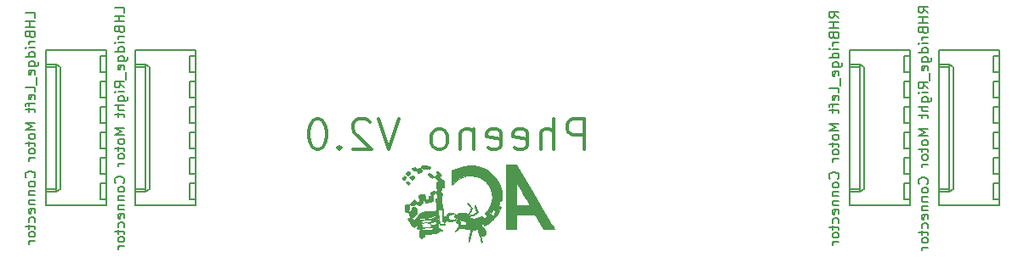
<source format=gbr>
G04 #@! TF.FileFunction,Legend,Bot*
%FSLAX46Y46*%
G04 Gerber Fmt 4.6, Leading zero omitted, Abs format (unit mm)*
G04 Created by KiCad (PCBNEW 4.0.4-stable) date 12/10/16 14:43:47*
%MOMM*%
%LPD*%
G01*
G04 APERTURE LIST*
%ADD10C,0.100000*%
%ADD11C,0.300000*%
%ADD12C,0.150000*%
%ADD13C,0.010000*%
G04 APERTURE END LIST*
D10*
D11*
X158575828Y-101861257D02*
X158575828Y-98813257D01*
X157414685Y-98813257D01*
X157124399Y-98958400D01*
X156979256Y-99103543D01*
X156834113Y-99393829D01*
X156834113Y-99829257D01*
X156979256Y-100119543D01*
X157124399Y-100264686D01*
X157414685Y-100409829D01*
X158575828Y-100409829D01*
X155527828Y-101861257D02*
X155527828Y-98813257D01*
X154221542Y-101861257D02*
X154221542Y-100264686D01*
X154366685Y-99974400D01*
X154656971Y-99829257D01*
X155092399Y-99829257D01*
X155382685Y-99974400D01*
X155527828Y-100119543D01*
X151608971Y-101716114D02*
X151899257Y-101861257D01*
X152479828Y-101861257D01*
X152770114Y-101716114D01*
X152915257Y-101425829D01*
X152915257Y-100264686D01*
X152770114Y-99974400D01*
X152479828Y-99829257D01*
X151899257Y-99829257D01*
X151608971Y-99974400D01*
X151463828Y-100264686D01*
X151463828Y-100554971D01*
X152915257Y-100845257D01*
X148996400Y-101716114D02*
X149286686Y-101861257D01*
X149867257Y-101861257D01*
X150157543Y-101716114D01*
X150302686Y-101425829D01*
X150302686Y-100264686D01*
X150157543Y-99974400D01*
X149867257Y-99829257D01*
X149286686Y-99829257D01*
X148996400Y-99974400D01*
X148851257Y-100264686D01*
X148851257Y-100554971D01*
X150302686Y-100845257D01*
X147544972Y-99829257D02*
X147544972Y-101861257D01*
X147544972Y-100119543D02*
X147399829Y-99974400D01*
X147109543Y-99829257D01*
X146674115Y-99829257D01*
X146383829Y-99974400D01*
X146238686Y-100264686D01*
X146238686Y-101861257D01*
X144351829Y-101861257D02*
X144642115Y-101716114D01*
X144787258Y-101570971D01*
X144932401Y-101280686D01*
X144932401Y-100409829D01*
X144787258Y-100119543D01*
X144642115Y-99974400D01*
X144351829Y-99829257D01*
X143916401Y-99829257D01*
X143626115Y-99974400D01*
X143480972Y-100119543D01*
X143335829Y-100409829D01*
X143335829Y-101280686D01*
X143480972Y-101570971D01*
X143626115Y-101716114D01*
X143916401Y-101861257D01*
X144351829Y-101861257D01*
X140142686Y-98813257D02*
X139126686Y-101861257D01*
X138110686Y-98813257D01*
X137239830Y-99103543D02*
X137094687Y-98958400D01*
X136804401Y-98813257D01*
X136078687Y-98813257D01*
X135788401Y-98958400D01*
X135643258Y-99103543D01*
X135498115Y-99393829D01*
X135498115Y-99684114D01*
X135643258Y-100119543D01*
X137384972Y-101861257D01*
X135498115Y-101861257D01*
X134191830Y-101570971D02*
X134046687Y-101716114D01*
X134191830Y-101861257D01*
X134336973Y-101716114D01*
X134191830Y-101570971D01*
X134191830Y-101861257D01*
X132159829Y-98813257D02*
X131869544Y-98813257D01*
X131579258Y-98958400D01*
X131434115Y-99103543D01*
X131288972Y-99393829D01*
X131143829Y-99974400D01*
X131143829Y-100700114D01*
X131288972Y-101280686D01*
X131434115Y-101570971D01*
X131579258Y-101716114D01*
X131869544Y-101861257D01*
X132159829Y-101861257D01*
X132450115Y-101716114D01*
X132595258Y-101570971D01*
X132740401Y-101280686D01*
X132885544Y-100700114D01*
X132885544Y-99974400D01*
X132740401Y-99393829D01*
X132595258Y-99103543D01*
X132450115Y-98958400D01*
X132159829Y-98813257D01*
D12*
X199870000Y-107415000D02*
X193870000Y-107415000D01*
X193870000Y-107415000D02*
X193870000Y-91975000D01*
X193870000Y-91975000D02*
X199870000Y-91975000D01*
X199870000Y-91975000D02*
X199870000Y-107415000D01*
X193870000Y-106045000D02*
X194870000Y-106045000D01*
X194870000Y-106045000D02*
X194870000Y-93345000D01*
X194870000Y-93345000D02*
X193870000Y-93345000D01*
X194870000Y-106045000D02*
X195300000Y-105795000D01*
X195300000Y-105795000D02*
X195300000Y-93595000D01*
X195300000Y-93595000D02*
X194870000Y-93345000D01*
X193870000Y-105795000D02*
X194870000Y-105795000D01*
X193870000Y-93595000D02*
X194870000Y-93595000D01*
X199870000Y-106845000D02*
X199250000Y-106845000D01*
X199250000Y-106845000D02*
X199250000Y-105245000D01*
X199250000Y-105245000D02*
X199870000Y-105245000D01*
X199870000Y-104305000D02*
X199250000Y-104305000D01*
X199250000Y-104305000D02*
X199250000Y-102705000D01*
X199250000Y-102705000D02*
X199870000Y-102705000D01*
X199870000Y-101765000D02*
X199250000Y-101765000D01*
X199250000Y-101765000D02*
X199250000Y-100165000D01*
X199250000Y-100165000D02*
X199870000Y-100165000D01*
X199870000Y-99225000D02*
X199250000Y-99225000D01*
X199250000Y-99225000D02*
X199250000Y-97625000D01*
X199250000Y-97625000D02*
X199870000Y-97625000D01*
X199870000Y-96685000D02*
X199250000Y-96685000D01*
X199250000Y-96685000D02*
X199250000Y-95085000D01*
X199250000Y-95085000D02*
X199870000Y-95085000D01*
X199870000Y-94145000D02*
X199250000Y-94145000D01*
X199250000Y-94145000D02*
X199250000Y-92545000D01*
X199250000Y-92545000D02*
X199870000Y-92545000D01*
X190980000Y-107415000D02*
X184980000Y-107415000D01*
X184980000Y-107415000D02*
X184980000Y-91975000D01*
X184980000Y-91975000D02*
X190980000Y-91975000D01*
X190980000Y-91975000D02*
X190980000Y-107415000D01*
X184980000Y-106045000D02*
X185980000Y-106045000D01*
X185980000Y-106045000D02*
X185980000Y-93345000D01*
X185980000Y-93345000D02*
X184980000Y-93345000D01*
X185980000Y-106045000D02*
X186410000Y-105795000D01*
X186410000Y-105795000D02*
X186410000Y-93595000D01*
X186410000Y-93595000D02*
X185980000Y-93345000D01*
X184980000Y-105795000D02*
X185980000Y-105795000D01*
X184980000Y-93595000D02*
X185980000Y-93595000D01*
X190980000Y-106845000D02*
X190360000Y-106845000D01*
X190360000Y-106845000D02*
X190360000Y-105245000D01*
X190360000Y-105245000D02*
X190980000Y-105245000D01*
X190980000Y-104305000D02*
X190360000Y-104305000D01*
X190360000Y-104305000D02*
X190360000Y-102705000D01*
X190360000Y-102705000D02*
X190980000Y-102705000D01*
X190980000Y-101765000D02*
X190360000Y-101765000D01*
X190360000Y-101765000D02*
X190360000Y-100165000D01*
X190360000Y-100165000D02*
X190980000Y-100165000D01*
X190980000Y-99225000D02*
X190360000Y-99225000D01*
X190360000Y-99225000D02*
X190360000Y-97625000D01*
X190360000Y-97625000D02*
X190980000Y-97625000D01*
X190980000Y-96685000D02*
X190360000Y-96685000D01*
X190360000Y-96685000D02*
X190360000Y-95085000D01*
X190360000Y-95085000D02*
X190980000Y-95085000D01*
X190980000Y-94145000D02*
X190360000Y-94145000D01*
X190360000Y-94145000D02*
X190360000Y-92545000D01*
X190360000Y-92545000D02*
X190980000Y-92545000D01*
X119860000Y-107415000D02*
X113860000Y-107415000D01*
X113860000Y-107415000D02*
X113860000Y-91975000D01*
X113860000Y-91975000D02*
X119860000Y-91975000D01*
X119860000Y-91975000D02*
X119860000Y-107415000D01*
X113860000Y-106045000D02*
X114860000Y-106045000D01*
X114860000Y-106045000D02*
X114860000Y-93345000D01*
X114860000Y-93345000D02*
X113860000Y-93345000D01*
X114860000Y-106045000D02*
X115290000Y-105795000D01*
X115290000Y-105795000D02*
X115290000Y-93595000D01*
X115290000Y-93595000D02*
X114860000Y-93345000D01*
X113860000Y-105795000D02*
X114860000Y-105795000D01*
X113860000Y-93595000D02*
X114860000Y-93595000D01*
X119860000Y-106845000D02*
X119240000Y-106845000D01*
X119240000Y-106845000D02*
X119240000Y-105245000D01*
X119240000Y-105245000D02*
X119860000Y-105245000D01*
X119860000Y-104305000D02*
X119240000Y-104305000D01*
X119240000Y-104305000D02*
X119240000Y-102705000D01*
X119240000Y-102705000D02*
X119860000Y-102705000D01*
X119860000Y-101765000D02*
X119240000Y-101765000D01*
X119240000Y-101765000D02*
X119240000Y-100165000D01*
X119240000Y-100165000D02*
X119860000Y-100165000D01*
X119860000Y-99225000D02*
X119240000Y-99225000D01*
X119240000Y-99225000D02*
X119240000Y-97625000D01*
X119240000Y-97625000D02*
X119860000Y-97625000D01*
X119860000Y-96685000D02*
X119240000Y-96685000D01*
X119240000Y-96685000D02*
X119240000Y-95085000D01*
X119240000Y-95085000D02*
X119860000Y-95085000D01*
X119860000Y-94145000D02*
X119240000Y-94145000D01*
X119240000Y-94145000D02*
X119240000Y-92545000D01*
X119240000Y-92545000D02*
X119860000Y-92545000D01*
X110970000Y-107415000D02*
X104970000Y-107415000D01*
X104970000Y-107415000D02*
X104970000Y-91975000D01*
X104970000Y-91975000D02*
X110970000Y-91975000D01*
X110970000Y-91975000D02*
X110970000Y-107415000D01*
X104970000Y-106045000D02*
X105970000Y-106045000D01*
X105970000Y-106045000D02*
X105970000Y-93345000D01*
X105970000Y-93345000D02*
X104970000Y-93345000D01*
X105970000Y-106045000D02*
X106400000Y-105795000D01*
X106400000Y-105795000D02*
X106400000Y-93595000D01*
X106400000Y-93595000D02*
X105970000Y-93345000D01*
X104970000Y-105795000D02*
X105970000Y-105795000D01*
X104970000Y-93595000D02*
X105970000Y-93595000D01*
X110970000Y-106845000D02*
X110350000Y-106845000D01*
X110350000Y-106845000D02*
X110350000Y-105245000D01*
X110350000Y-105245000D02*
X110970000Y-105245000D01*
X110970000Y-104305000D02*
X110350000Y-104305000D01*
X110350000Y-104305000D02*
X110350000Y-102705000D01*
X110350000Y-102705000D02*
X110970000Y-102705000D01*
X110970000Y-101765000D02*
X110350000Y-101765000D01*
X110350000Y-101765000D02*
X110350000Y-100165000D01*
X110350000Y-100165000D02*
X110970000Y-100165000D01*
X110970000Y-99225000D02*
X110350000Y-99225000D01*
X110350000Y-99225000D02*
X110350000Y-97625000D01*
X110350000Y-97625000D02*
X110970000Y-97625000D01*
X110970000Y-96685000D02*
X110350000Y-96685000D01*
X110350000Y-96685000D02*
X110350000Y-95085000D01*
X110350000Y-95085000D02*
X110970000Y-95085000D01*
X110970000Y-94145000D02*
X110350000Y-94145000D01*
X110350000Y-94145000D02*
X110350000Y-92545000D01*
X110350000Y-92545000D02*
X110970000Y-92545000D01*
D13*
G36*
X146570525Y-103512251D02*
X146036332Y-103682685D01*
X145808700Y-103785897D01*
X145389600Y-103992521D01*
X145389600Y-104702554D01*
X145389601Y-105412588D01*
X145681700Y-105115397D01*
X146039036Y-104819283D01*
X146434336Y-104610664D01*
X146854384Y-104489816D01*
X147285963Y-104457016D01*
X147715857Y-104512540D01*
X148130848Y-104656666D01*
X148517721Y-104889669D01*
X148709711Y-105051998D01*
X149005609Y-105398012D01*
X149217385Y-105787664D01*
X149344276Y-106206539D01*
X149385522Y-106640219D01*
X149340361Y-107074289D01*
X149208034Y-107494331D01*
X148987778Y-107885930D01*
X148867436Y-108040126D01*
X148684229Y-108254163D01*
X148789450Y-108401933D01*
X148894672Y-108549703D01*
X148729816Y-108654083D01*
X148564959Y-108758463D01*
X148462689Y-108630203D01*
X148360418Y-108501944D01*
X148121617Y-108604306D01*
X147790650Y-108721161D01*
X147516818Y-108764527D01*
X147305055Y-108733833D01*
X147246668Y-108705581D01*
X147135476Y-108651749D01*
X147061122Y-108639558D01*
X147056750Y-108641517D01*
X147016782Y-108633027D01*
X147015200Y-108621552D01*
X147059410Y-108565005D01*
X147167866Y-108508924D01*
X147304306Y-108468634D01*
X147402138Y-108458000D01*
X147516498Y-108429733D01*
X147667871Y-108357499D01*
X147757522Y-108301663D01*
X147898294Y-108189450D01*
X147955055Y-108087319D01*
X147933214Y-107966049D01*
X147848111Y-107812087D01*
X147792745Y-107686390D01*
X147777200Y-107599185D01*
X147752128Y-107505318D01*
X147696645Y-107448567D01*
X147644283Y-107456383D01*
X147646715Y-107513272D01*
X147676972Y-107638198D01*
X147726056Y-107796576D01*
X147832385Y-108112211D01*
X147690493Y-108234243D01*
X147511441Y-108334434D01*
X147380161Y-108356337D01*
X147230645Y-108372165D01*
X147113461Y-108408987D01*
X147034307Y-108431433D01*
X147020143Y-108394918D01*
X147020895Y-108393892D01*
X146140251Y-108393892D01*
X146131636Y-108436754D01*
X146103699Y-108551191D01*
X146100800Y-108589154D01*
X146076910Y-108654114D01*
X146058799Y-108661200D01*
X146035887Y-108617804D01*
X146038567Y-108512976D01*
X146039164Y-108508800D01*
X146069489Y-108401792D01*
X146111374Y-108356411D01*
X146112001Y-108356400D01*
X146140251Y-108393892D01*
X147020895Y-108393892D01*
X147074224Y-108321177D01*
X147097242Y-108300752D01*
X147163773Y-108216954D01*
X147244921Y-108076409D01*
X147292709Y-107977032D01*
X147406135Y-107721400D01*
X147249565Y-107500917D01*
X147143297Y-107365560D01*
X147044880Y-107263455D01*
X147003298Y-107232429D01*
X146926884Y-107207136D01*
X146918034Y-107244260D01*
X146972658Y-107334190D01*
X147086662Y-107467315D01*
X147116679Y-107498741D01*
X147319757Y-107708000D01*
X147207190Y-107917900D01*
X147102568Y-108105547D01*
X147024949Y-108214979D01*
X146956848Y-108259321D01*
X146880776Y-108251698D01*
X146806188Y-108218886D01*
X146623818Y-108168416D01*
X146466285Y-108183591D01*
X146299323Y-108207782D01*
X146147565Y-108211573D01*
X146138570Y-108210822D01*
X146013470Y-108227745D01*
X145968035Y-108276906D01*
X145897387Y-108344929D01*
X145845520Y-108356400D01*
X145682923Y-108385861D01*
X145602468Y-108474611D01*
X145592800Y-108539635D01*
X145607111Y-108622049D01*
X145669731Y-108655746D01*
X145770600Y-108661200D01*
X145888209Y-108670632D01*
X145937571Y-108711116D01*
X145923471Y-108800934D01*
X145850694Y-108958366D01*
X145849161Y-108961373D01*
X145749922Y-109155898D01*
X145945867Y-109244257D01*
X146141813Y-109332616D01*
X146065982Y-109517608D01*
X145983106Y-109667593D01*
X145862103Y-109831036D01*
X145806566Y-109893100D01*
X145695387Y-110015159D01*
X145657957Y-110071903D01*
X145690638Y-110063847D01*
X145789792Y-109991508D01*
X145928248Y-109875857D01*
X146084941Y-109752807D01*
X146201461Y-109695750D01*
X146299638Y-109691935D01*
X146412069Y-109711099D01*
X146589948Y-109740119D01*
X146798319Y-109773306D01*
X146837400Y-109779446D01*
X147027275Y-109810169D01*
X147173249Y-109835614D01*
X147250667Y-109851421D01*
X147256797Y-109853598D01*
X147251803Y-109904121D01*
X147227095Y-110029307D01*
X147187527Y-110205236D01*
X147173100Y-110265929D01*
X147122367Y-110491680D01*
X147078755Y-110712198D01*
X147050955Y-110883218D01*
X147049319Y-110896400D01*
X147035973Y-111030692D01*
X147042418Y-111078602D01*
X147073610Y-111054262D01*
X147094916Y-111026390D01*
X147151570Y-110928514D01*
X147166655Y-110873990D01*
X147176937Y-110804097D01*
X147205386Y-110659314D01*
X147247117Y-110463702D01*
X147278197Y-110324463D01*
X147390685Y-109828726D01*
X147546371Y-109857933D01*
X147708510Y-109862023D01*
X147841229Y-109834227D01*
X147936342Y-109805372D01*
X147973802Y-109834256D01*
X147980399Y-109942501D01*
X147980400Y-109946554D01*
X148002034Y-110096224D01*
X148050961Y-110212532D01*
X148094721Y-110307934D01*
X148148371Y-110471987D01*
X148202077Y-110673675D01*
X148215599Y-110731835D01*
X148263173Y-110921964D01*
X148308668Y-111066962D01*
X148344494Y-111143830D01*
X148353746Y-111150400D01*
X148374990Y-111108494D01*
X148363724Y-111014570D01*
X148331844Y-110874378D01*
X148296651Y-110701645D01*
X148290183Y-110667576D01*
X148269227Y-110535970D01*
X148279732Y-110479236D01*
X148332423Y-110472786D01*
X148372161Y-110479623D01*
X148518922Y-110456470D01*
X148622692Y-110382118D01*
X148718657Y-110229782D01*
X148731095Y-110048298D01*
X148662968Y-109861828D01*
X148540845Y-109714683D01*
X148427562Y-109594081D01*
X148347120Y-109474323D01*
X148337701Y-109453073D01*
X148327894Y-109407197D01*
X146803267Y-109407197D01*
X146747394Y-109408397D01*
X146705385Y-109396147D01*
X146567120Y-109367255D01*
X146405808Y-109352191D01*
X146405600Y-109352185D01*
X146289431Y-109341642D01*
X146239521Y-109298643D01*
X146227966Y-109192256D01*
X146227800Y-109155083D01*
X146207149Y-109003560D01*
X146152655Y-108915247D01*
X146151600Y-108914561D01*
X146107357Y-108874783D01*
X146141527Y-108867666D01*
X146237097Y-108890999D01*
X146377054Y-108942565D01*
X146381715Y-108944506D01*
X146526992Y-108990202D01*
X146647120Y-109003185D01*
X146667319Y-109000062D01*
X146735657Y-109002520D01*
X146759905Y-109074915D01*
X146761200Y-109119001D01*
X146772772Y-109257946D01*
X146794285Y-109348707D01*
X146803267Y-109407197D01*
X148327894Y-109407197D01*
X148317531Y-109358726D01*
X148367106Y-109313486D01*
X148400875Y-109303200D01*
X148511553Y-109309494D01*
X148588386Y-109403828D01*
X148605729Y-109447461D01*
X148655386Y-109457711D01*
X148763366Y-109411499D01*
X148912693Y-109320575D01*
X149086391Y-109196687D01*
X149267482Y-109051584D01*
X149438991Y-108897014D01*
X149496563Y-108839000D01*
X146050000Y-108839000D01*
X146024600Y-108864400D01*
X145999200Y-108839000D01*
X146024600Y-108813600D01*
X146050000Y-108839000D01*
X149496563Y-108839000D01*
X149522058Y-108813310D01*
X149708864Y-108590879D01*
X149894935Y-108326606D01*
X150053374Y-108064106D01*
X149720543Y-108064106D01*
X149687721Y-108127440D01*
X149606508Y-108254646D01*
X149550745Y-108343700D01*
X149489383Y-108430742D01*
X149434863Y-108445379D01*
X149351088Y-108389983D01*
X149313901Y-108359267D01*
X149199602Y-108263915D01*
X149464470Y-107859363D01*
X149609192Y-107942422D01*
X149703896Y-108006879D01*
X149720543Y-108064106D01*
X150053374Y-108064106D01*
X150060739Y-108051904D01*
X150186745Y-107798188D01*
X150236742Y-107663796D01*
X150241354Y-107578275D01*
X150171464Y-107531869D01*
X150136333Y-107521969D01*
X150039664Y-107473542D01*
X150030203Y-107418080D01*
X150057648Y-107321969D01*
X150088175Y-107182534D01*
X150090735Y-107169088D01*
X150129586Y-107042839D01*
X150199721Y-106986851D01*
X150258814Y-106974980D01*
X150393400Y-106959400D01*
X150386645Y-106502200D01*
X150332293Y-105959378D01*
X150184615Y-105452675D01*
X149941751Y-104977608D01*
X149601841Y-104529692D01*
X149540151Y-104462196D01*
X149135110Y-104088232D01*
X148702189Y-103806225D01*
X148228157Y-103607594D01*
X148216996Y-103604043D01*
X147655239Y-103473354D01*
X147108288Y-103442615D01*
X146570525Y-103512251D01*
X146570525Y-103512251D01*
G37*
X146570525Y-103512251D02*
X146036332Y-103682685D01*
X145808700Y-103785897D01*
X145389600Y-103992521D01*
X145389600Y-104702554D01*
X145389601Y-105412588D01*
X145681700Y-105115397D01*
X146039036Y-104819283D01*
X146434336Y-104610664D01*
X146854384Y-104489816D01*
X147285963Y-104457016D01*
X147715857Y-104512540D01*
X148130848Y-104656666D01*
X148517721Y-104889669D01*
X148709711Y-105051998D01*
X149005609Y-105398012D01*
X149217385Y-105787664D01*
X149344276Y-106206539D01*
X149385522Y-106640219D01*
X149340361Y-107074289D01*
X149208034Y-107494331D01*
X148987778Y-107885930D01*
X148867436Y-108040126D01*
X148684229Y-108254163D01*
X148789450Y-108401933D01*
X148894672Y-108549703D01*
X148729816Y-108654083D01*
X148564959Y-108758463D01*
X148462689Y-108630203D01*
X148360418Y-108501944D01*
X148121617Y-108604306D01*
X147790650Y-108721161D01*
X147516818Y-108764527D01*
X147305055Y-108733833D01*
X147246668Y-108705581D01*
X147135476Y-108651749D01*
X147061122Y-108639558D01*
X147056750Y-108641517D01*
X147016782Y-108633027D01*
X147015200Y-108621552D01*
X147059410Y-108565005D01*
X147167866Y-108508924D01*
X147304306Y-108468634D01*
X147402138Y-108458000D01*
X147516498Y-108429733D01*
X147667871Y-108357499D01*
X147757522Y-108301663D01*
X147898294Y-108189450D01*
X147955055Y-108087319D01*
X147933214Y-107966049D01*
X147848111Y-107812087D01*
X147792745Y-107686390D01*
X147777200Y-107599185D01*
X147752128Y-107505318D01*
X147696645Y-107448567D01*
X147644283Y-107456383D01*
X147646715Y-107513272D01*
X147676972Y-107638198D01*
X147726056Y-107796576D01*
X147832385Y-108112211D01*
X147690493Y-108234243D01*
X147511441Y-108334434D01*
X147380161Y-108356337D01*
X147230645Y-108372165D01*
X147113461Y-108408987D01*
X147034307Y-108431433D01*
X147020143Y-108394918D01*
X147020895Y-108393892D01*
X146140251Y-108393892D01*
X146131636Y-108436754D01*
X146103699Y-108551191D01*
X146100800Y-108589154D01*
X146076910Y-108654114D01*
X146058799Y-108661200D01*
X146035887Y-108617804D01*
X146038567Y-108512976D01*
X146039164Y-108508800D01*
X146069489Y-108401792D01*
X146111374Y-108356411D01*
X146112001Y-108356400D01*
X146140251Y-108393892D01*
X147020895Y-108393892D01*
X147074224Y-108321177D01*
X147097242Y-108300752D01*
X147163773Y-108216954D01*
X147244921Y-108076409D01*
X147292709Y-107977032D01*
X147406135Y-107721400D01*
X147249565Y-107500917D01*
X147143297Y-107365560D01*
X147044880Y-107263455D01*
X147003298Y-107232429D01*
X146926884Y-107207136D01*
X146918034Y-107244260D01*
X146972658Y-107334190D01*
X147086662Y-107467315D01*
X147116679Y-107498741D01*
X147319757Y-107708000D01*
X147207190Y-107917900D01*
X147102568Y-108105547D01*
X147024949Y-108214979D01*
X146956848Y-108259321D01*
X146880776Y-108251698D01*
X146806188Y-108218886D01*
X146623818Y-108168416D01*
X146466285Y-108183591D01*
X146299323Y-108207782D01*
X146147565Y-108211573D01*
X146138570Y-108210822D01*
X146013470Y-108227745D01*
X145968035Y-108276906D01*
X145897387Y-108344929D01*
X145845520Y-108356400D01*
X145682923Y-108385861D01*
X145602468Y-108474611D01*
X145592800Y-108539635D01*
X145607111Y-108622049D01*
X145669731Y-108655746D01*
X145770600Y-108661200D01*
X145888209Y-108670632D01*
X145937571Y-108711116D01*
X145923471Y-108800934D01*
X145850694Y-108958366D01*
X145849161Y-108961373D01*
X145749922Y-109155898D01*
X145945867Y-109244257D01*
X146141813Y-109332616D01*
X146065982Y-109517608D01*
X145983106Y-109667593D01*
X145862103Y-109831036D01*
X145806566Y-109893100D01*
X145695387Y-110015159D01*
X145657957Y-110071903D01*
X145690638Y-110063847D01*
X145789792Y-109991508D01*
X145928248Y-109875857D01*
X146084941Y-109752807D01*
X146201461Y-109695750D01*
X146299638Y-109691935D01*
X146412069Y-109711099D01*
X146589948Y-109740119D01*
X146798319Y-109773306D01*
X146837400Y-109779446D01*
X147027275Y-109810169D01*
X147173249Y-109835614D01*
X147250667Y-109851421D01*
X147256797Y-109853598D01*
X147251803Y-109904121D01*
X147227095Y-110029307D01*
X147187527Y-110205236D01*
X147173100Y-110265929D01*
X147122367Y-110491680D01*
X147078755Y-110712198D01*
X147050955Y-110883218D01*
X147049319Y-110896400D01*
X147035973Y-111030692D01*
X147042418Y-111078602D01*
X147073610Y-111054262D01*
X147094916Y-111026390D01*
X147151570Y-110928514D01*
X147166655Y-110873990D01*
X147176937Y-110804097D01*
X147205386Y-110659314D01*
X147247117Y-110463702D01*
X147278197Y-110324463D01*
X147390685Y-109828726D01*
X147546371Y-109857933D01*
X147708510Y-109862023D01*
X147841229Y-109834227D01*
X147936342Y-109805372D01*
X147973802Y-109834256D01*
X147980399Y-109942501D01*
X147980400Y-109946554D01*
X148002034Y-110096224D01*
X148050961Y-110212532D01*
X148094721Y-110307934D01*
X148148371Y-110471987D01*
X148202077Y-110673675D01*
X148215599Y-110731835D01*
X148263173Y-110921964D01*
X148308668Y-111066962D01*
X148344494Y-111143830D01*
X148353746Y-111150400D01*
X148374990Y-111108494D01*
X148363724Y-111014570D01*
X148331844Y-110874378D01*
X148296651Y-110701645D01*
X148290183Y-110667576D01*
X148269227Y-110535970D01*
X148279732Y-110479236D01*
X148332423Y-110472786D01*
X148372161Y-110479623D01*
X148518922Y-110456470D01*
X148622692Y-110382118D01*
X148718657Y-110229782D01*
X148731095Y-110048298D01*
X148662968Y-109861828D01*
X148540845Y-109714683D01*
X148427562Y-109594081D01*
X148347120Y-109474323D01*
X148337701Y-109453073D01*
X148327894Y-109407197D01*
X146803267Y-109407197D01*
X146747394Y-109408397D01*
X146705385Y-109396147D01*
X146567120Y-109367255D01*
X146405808Y-109352191D01*
X146405600Y-109352185D01*
X146289431Y-109341642D01*
X146239521Y-109298643D01*
X146227966Y-109192256D01*
X146227800Y-109155083D01*
X146207149Y-109003560D01*
X146152655Y-108915247D01*
X146151600Y-108914561D01*
X146107357Y-108874783D01*
X146141527Y-108867666D01*
X146237097Y-108890999D01*
X146377054Y-108942565D01*
X146381715Y-108944506D01*
X146526992Y-108990202D01*
X146647120Y-109003185D01*
X146667319Y-109000062D01*
X146735657Y-109002520D01*
X146759905Y-109074915D01*
X146761200Y-109119001D01*
X146772772Y-109257946D01*
X146794285Y-109348707D01*
X146803267Y-109407197D01*
X148327894Y-109407197D01*
X148317531Y-109358726D01*
X148367106Y-109313486D01*
X148400875Y-109303200D01*
X148511553Y-109309494D01*
X148588386Y-109403828D01*
X148605729Y-109447461D01*
X148655386Y-109457711D01*
X148763366Y-109411499D01*
X148912693Y-109320575D01*
X149086391Y-109196687D01*
X149267482Y-109051584D01*
X149438991Y-108897014D01*
X149496563Y-108839000D01*
X146050000Y-108839000D01*
X146024600Y-108864400D01*
X145999200Y-108839000D01*
X146024600Y-108813600D01*
X146050000Y-108839000D01*
X149496563Y-108839000D01*
X149522058Y-108813310D01*
X149708864Y-108590879D01*
X149894935Y-108326606D01*
X150053374Y-108064106D01*
X149720543Y-108064106D01*
X149687721Y-108127440D01*
X149606508Y-108254646D01*
X149550745Y-108343700D01*
X149489383Y-108430742D01*
X149434863Y-108445379D01*
X149351088Y-108389983D01*
X149313901Y-108359267D01*
X149199602Y-108263915D01*
X149464470Y-107859363D01*
X149609192Y-107942422D01*
X149703896Y-108006879D01*
X149720543Y-108064106D01*
X150053374Y-108064106D01*
X150060739Y-108051904D01*
X150186745Y-107798188D01*
X150236742Y-107663796D01*
X150241354Y-107578275D01*
X150171464Y-107531869D01*
X150136333Y-107521969D01*
X150039664Y-107473542D01*
X150030203Y-107418080D01*
X150057648Y-107321969D01*
X150088175Y-107182534D01*
X150090735Y-107169088D01*
X150129586Y-107042839D01*
X150199721Y-106986851D01*
X150258814Y-106974980D01*
X150393400Y-106959400D01*
X150386645Y-106502200D01*
X150332293Y-105959378D01*
X150184615Y-105452675D01*
X149941751Y-104977608D01*
X149601841Y-104529692D01*
X149540151Y-104462196D01*
X149135110Y-104088232D01*
X148702189Y-103806225D01*
X148228157Y-103607594D01*
X148216996Y-103604043D01*
X147655239Y-103473354D01*
X147108288Y-103442615D01*
X146570525Y-103512251D01*
G36*
X143897791Y-104030057D02*
X143847164Y-104081504D01*
X143790617Y-104158337D01*
X143807312Y-104211656D01*
X143840894Y-104242175D01*
X143884146Y-104293359D01*
X143869317Y-104351441D01*
X143788007Y-104446238D01*
X143781472Y-104453075D01*
X143642594Y-104598032D01*
X143833105Y-104793133D01*
X144023617Y-104988235D01*
X143892949Y-105073851D01*
X143805687Y-105146108D01*
X143796692Y-105215785D01*
X143817577Y-105262787D01*
X143851412Y-105382901D01*
X143860222Y-105538159D01*
X143859264Y-105554568D01*
X143860337Y-105696229D01*
X143880711Y-105798217D01*
X143885407Y-105807349D01*
X143888175Y-105894183D01*
X143837638Y-106005241D01*
X143773633Y-106092768D01*
X143730653Y-106101389D01*
X143681955Y-106045597D01*
X143633303Y-105990190D01*
X143578046Y-105979268D01*
X143481645Y-106012482D01*
X143413074Y-106042892D01*
X143289489Y-106105476D01*
X143241831Y-106159856D01*
X143250794Y-106233222D01*
X143259941Y-106258564D01*
X143285999Y-106391967D01*
X143234802Y-106462013D01*
X143145052Y-106476800D01*
X143073483Y-106492332D01*
X143059115Y-106558505D01*
X143069661Y-106624604D01*
X143068917Y-106748374D01*
X142996290Y-106813969D01*
X142848558Y-106832400D01*
X142782529Y-106806579D01*
X142740796Y-106714665D01*
X142721205Y-106612204D01*
X142688801Y-106432866D01*
X142644352Y-106336551D01*
X142564949Y-106305264D01*
X142427684Y-106321009D01*
X142366235Y-106333365D01*
X142212592Y-106370776D01*
X142101608Y-106407917D01*
X142071541Y-106424552D01*
X142060924Y-106490935D01*
X142076532Y-106622397D01*
X142103837Y-106745640D01*
X142177592Y-107028082D01*
X142026578Y-107090634D01*
X141920613Y-107124722D01*
X141848049Y-107103903D01*
X141764794Y-107014241D01*
X141758015Y-107005765D01*
X141640466Y-106858344D01*
X141528350Y-106959672D01*
X141414509Y-107078316D01*
X141318328Y-107198355D01*
X141220420Y-107335711D01*
X141348324Y-107419517D01*
X141435141Y-107468205D01*
X141503053Y-107465833D01*
X141592193Y-107405280D01*
X141636618Y-107368363D01*
X141797009Y-107233403D01*
X141936732Y-107367267D01*
X142044726Y-107450017D01*
X142107250Y-107450334D01*
X142110902Y-107445395D01*
X142177710Y-107390086D01*
X142297119Y-107326578D01*
X142319440Y-107316920D01*
X142431657Y-107261398D01*
X142466948Y-107205261D01*
X142445249Y-107117188D01*
X142422558Y-107019226D01*
X142466197Y-106970212D01*
X142502626Y-106956662D01*
X142614587Y-106963421D01*
X142684343Y-107050101D01*
X142696423Y-107124500D01*
X142716661Y-107167651D01*
X142785544Y-107180655D01*
X142917452Y-107162580D01*
X143126765Y-107112493D01*
X143205200Y-107091521D01*
X143396778Y-107031137D01*
X143496670Y-106977362D01*
X143515633Y-106929836D01*
X143501072Y-106838001D01*
X143487201Y-106689501D01*
X143482466Y-106616446D01*
X143481647Y-106461237D01*
X143511149Y-106366529D01*
X143585807Y-106292413D01*
X143609280Y-106275252D01*
X143749494Y-106175410D01*
X143854278Y-106288005D01*
X143920937Y-106410210D01*
X143932276Y-106547270D01*
X143891461Y-106662301D01*
X143817589Y-106715351D01*
X143781010Y-106732588D01*
X143761466Y-106772962D01*
X143758696Y-106854919D01*
X143772439Y-106996904D01*
X143802435Y-107217361D01*
X143809772Y-107268411D01*
X143843046Y-107505259D01*
X143860407Y-107663112D01*
X143860885Y-107763470D01*
X143843512Y-107827833D01*
X143807317Y-107877701D01*
X143781089Y-107904689D01*
X143720544Y-107953228D01*
X143640677Y-107984998D01*
X143519406Y-108003954D01*
X143334651Y-108014057D01*
X143148396Y-108018093D01*
X142898146Y-108024739D01*
X142718086Y-108039618D01*
X142576833Y-108068785D01*
X142442999Y-108118292D01*
X142316200Y-108178600D01*
X142139587Y-108275969D01*
X142040193Y-108357593D01*
X141998938Y-108440120D01*
X141996009Y-108458000D01*
X141948274Y-108554066D01*
X141844826Y-108670847D01*
X141717639Y-108779492D01*
X141598689Y-108851151D01*
X141545604Y-108864400D01*
X141489796Y-108829533D01*
X141432960Y-108751419D01*
X141397944Y-108669790D01*
X141407579Y-108624382D01*
X141472610Y-108590261D01*
X141593123Y-108519065D01*
X141698259Y-108454169D01*
X141840726Y-108355825D01*
X141905303Y-108283329D01*
X141906331Y-108219912D01*
X141903710Y-108213894D01*
X141877615Y-108110578D01*
X141861364Y-107957298D01*
X141859442Y-107905526D01*
X141849574Y-107763197D01*
X141809677Y-107683501D01*
X141714076Y-107627563D01*
X141661601Y-107605963D01*
X141509353Y-107564406D01*
X141420625Y-107596376D01*
X141381958Y-107711283D01*
X141377178Y-107804864D01*
X141337581Y-107931567D01*
X141220013Y-107993692D01*
X141136999Y-108000800D01*
X141096869Y-107989761D01*
X141080257Y-107944769D01*
X141087744Y-107848013D01*
X141119911Y-107681682D01*
X141152119Y-107537494D01*
X141159711Y-107442726D01*
X141110015Y-107385668D01*
X141013259Y-107345383D01*
X140879906Y-107319918D01*
X140788446Y-107361605D01*
X140727235Y-107482141D01*
X140687669Y-107672442D01*
X140670660Y-107886100D01*
X140701262Y-108020059D01*
X140785898Y-108087494D01*
X140897224Y-108102400D01*
X141025998Y-108118852D01*
X141071170Y-108172149D01*
X141071600Y-108180623D01*
X141093654Y-108272313D01*
X141148907Y-108408064D01*
X141173491Y-108458569D01*
X141275381Y-108658290D01*
X141122831Y-108737177D01*
X140970281Y-108816063D01*
X141104705Y-109030731D01*
X141272141Y-109282773D01*
X141410777Y-109455539D01*
X141527860Y-109560339D01*
X141596417Y-109593692D01*
X141666271Y-109577613D01*
X141768005Y-109502006D01*
X141807098Y-109468153D01*
X141939782Y-109366846D01*
X142012964Y-109346451D01*
X142024810Y-109406015D01*
X141973481Y-109544585D01*
X141969705Y-109552561D01*
X141907830Y-109687384D01*
X141895576Y-109754020D01*
X141939894Y-109776489D01*
X142035174Y-109778800D01*
X142185947Y-109778800D01*
X142174874Y-110191187D01*
X142172155Y-110400530D01*
X142180782Y-110532550D01*
X142205309Y-110611297D01*
X142250288Y-110660822D01*
X142265876Y-110671866D01*
X142366149Y-110713931D01*
X142475258Y-110686627D01*
X142494476Y-110677402D01*
X142586058Y-110591600D01*
X142392400Y-110591600D01*
X142353743Y-110640923D01*
X142341600Y-110642400D01*
X142292277Y-110603742D01*
X142290800Y-110591600D01*
X142329458Y-110542276D01*
X142341600Y-110540800D01*
X142390924Y-110579457D01*
X142392400Y-110591600D01*
X142586058Y-110591600D01*
X142605407Y-110573473D01*
X142636504Y-110482042D01*
X142640534Y-110461601D01*
X142544800Y-110461601D01*
X142528059Y-110534999D01*
X142484072Y-110512996D01*
X142470770Y-110493510D01*
X142476072Y-110439200D01*
X142290800Y-110439200D01*
X142252143Y-110488523D01*
X142240000Y-110490000D01*
X142190677Y-110451342D01*
X142189200Y-110439200D01*
X142227858Y-110389876D01*
X142240000Y-110388400D01*
X142289324Y-110427057D01*
X142290800Y-110439200D01*
X142476072Y-110439200D01*
X142477140Y-110428266D01*
X142493172Y-110414312D01*
X142537350Y-110425349D01*
X142544800Y-110461601D01*
X142640534Y-110461601D01*
X142648624Y-110420580D01*
X142680603Y-110378606D01*
X142751690Y-110348843D01*
X142881136Y-110324014D01*
X142977057Y-110311427D01*
X142473379Y-110311427D01*
X142468600Y-110337600D01*
X142403655Y-110386462D01*
X142389402Y-110388400D01*
X142342969Y-110349652D01*
X142341600Y-110337600D01*
X142382950Y-110293017D01*
X142420799Y-110286800D01*
X142473379Y-110311427D01*
X142977057Y-110311427D01*
X143088189Y-110296844D01*
X143144504Y-110290019D01*
X143452953Y-110251758D01*
X143674287Y-110220995D01*
X143822440Y-110194669D01*
X143911347Y-110169719D01*
X143954942Y-110143082D01*
X143967160Y-110111697D01*
X143967200Y-110109271D01*
X144013536Y-110046561D01*
X144135278Y-110001192D01*
X144306535Y-109982721D01*
X144310100Y-109982693D01*
X144406508Y-109967341D01*
X144408353Y-109925903D01*
X144318024Y-109862677D01*
X144216491Y-109814294D01*
X144076520Y-109736152D01*
X144032755Y-109665879D01*
X144035502Y-109654064D01*
X144040121Y-109576065D01*
X144030682Y-109423197D01*
X144009175Y-109220915D01*
X144004739Y-109187566D01*
X143865600Y-109187566D01*
X143850615Y-109258068D01*
X143789819Y-109305016D01*
X143659453Y-109343455D01*
X143598900Y-109356470D01*
X143425314Y-109384464D01*
X143328039Y-109378431D01*
X143294878Y-109353802D01*
X143263970Y-109338499D01*
X143256778Y-109385100D01*
X143296834Y-109459269D01*
X143370300Y-109474777D01*
X143444529Y-109482798D01*
X143426279Y-109512679D01*
X143408400Y-109524800D01*
X143367068Y-109565876D01*
X143395700Y-109574822D01*
X143443552Y-109618817D01*
X143459200Y-109701632D01*
X143432333Y-109803745D01*
X143334323Y-109854996D01*
X143319500Y-109858475D01*
X143198658Y-109887042D01*
X143129000Y-109906233D01*
X143033272Y-109921543D01*
X142888381Y-109927655D01*
X142725734Y-109925561D01*
X142576739Y-109916254D01*
X142472803Y-109900726D01*
X142443200Y-109884554D01*
X142426444Y-109799421D01*
X142412365Y-109757554D01*
X142410363Y-109716626D01*
X142454578Y-109690925D01*
X142562786Y-109676080D01*
X142752762Y-109667720D01*
X142780665Y-109666976D01*
X143179800Y-109656753D01*
X142786100Y-109639439D01*
X142602575Y-109626400D01*
X142341600Y-109626400D01*
X142326886Y-109733405D01*
X142291433Y-109778788D01*
X142290800Y-109778800D01*
X142255132Y-109734656D01*
X142240004Y-109628296D01*
X142240000Y-109626400D01*
X142254715Y-109519394D01*
X142290168Y-109474011D01*
X142290800Y-109474000D01*
X142326469Y-109518143D01*
X142341597Y-109624503D01*
X142341600Y-109626400D01*
X142602575Y-109626400D01*
X142600646Y-109626263D01*
X142462189Y-109606860D01*
X142395150Y-109584931D01*
X142392400Y-109579813D01*
X142383197Y-109504073D01*
X142361023Y-109380615D01*
X142360650Y-109378750D01*
X142347844Y-109268287D01*
X142382236Y-109223147D01*
X142449550Y-109213081D01*
X142530430Y-109206258D01*
X142513014Y-109195553D01*
X142461079Y-109184827D01*
X142377035Y-109136978D01*
X142324871Y-109055196D01*
X142320259Y-108976543D01*
X142358244Y-108941651D01*
X142436131Y-108928243D01*
X142583670Y-108910373D01*
X142769252Y-108891859D01*
X142773400Y-108891484D01*
X142970285Y-108871210D01*
X143140202Y-108849260D01*
X143243300Y-108831018D01*
X143327583Y-108826011D01*
X143355929Y-108887362D01*
X143357600Y-108934125D01*
X143345595Y-109014473D01*
X143297083Y-109067552D01*
X143193323Y-109101564D01*
X143015573Y-109124712D01*
X142900400Y-109134227D01*
X142671800Y-109151449D01*
X142934267Y-109160324D01*
X143100125Y-109177617D01*
X143203150Y-109212352D01*
X143222357Y-109232700D01*
X143245137Y-109256711D01*
X143251990Y-109216024D01*
X143305596Y-109148854D01*
X143459703Y-109089821D01*
X143514586Y-109076160D01*
X143698568Y-109041728D01*
X143805837Y-109047941D01*
X143855177Y-109100761D01*
X143865600Y-109187566D01*
X144004739Y-109187566D01*
X143991023Y-109084453D01*
X143960159Y-108856051D01*
X143954592Y-108809366D01*
X143814800Y-108809366D01*
X143800453Y-108918187D01*
X143765752Y-108965907D01*
X143764000Y-108966000D01*
X143722726Y-108923452D01*
X143713200Y-108864400D01*
X143711470Y-108762640D01*
X143709390Y-108725970D01*
X143744543Y-108677790D01*
X143760190Y-108670936D01*
X143798579Y-108701425D01*
X143814774Y-108804246D01*
X143814800Y-108809366D01*
X143954592Y-108809366D01*
X143935992Y-108653421D01*
X143924693Y-108535410D01*
X143713200Y-108535410D01*
X143662796Y-108623773D01*
X143512383Y-108702568D01*
X143322535Y-108757860D01*
X143093620Y-108801213D01*
X142943755Y-108806064D01*
X142878985Y-108772652D01*
X142880125Y-108752869D01*
X142740816Y-108752869D01*
X142738867Y-108785168D01*
X142724689Y-108810220D01*
X142666788Y-108834204D01*
X142547866Y-108852899D01*
X142401897Y-108864396D01*
X142262857Y-108866786D01*
X142164722Y-108858160D01*
X142138400Y-108843154D01*
X142122560Y-108783576D01*
X142106307Y-108738274D01*
X142099598Y-108694199D01*
X142136369Y-108674004D01*
X142236241Y-108674449D01*
X142398407Y-108690052D01*
X142589034Y-108712106D01*
X142697021Y-108730780D01*
X142740816Y-108752869D01*
X142880125Y-108752869D01*
X142880839Y-108740504D01*
X142946178Y-108679675D01*
X143065276Y-108633694D01*
X143069744Y-108632704D01*
X143223289Y-108585709D01*
X143394324Y-108514656D01*
X143422843Y-108500679D01*
X143585596Y-108437609D01*
X143681337Y-108448415D01*
X143713193Y-108533473D01*
X143713200Y-108535410D01*
X143924693Y-108535410D01*
X143921853Y-108505748D01*
X143919556Y-108458000D01*
X143927673Y-108370921D01*
X143949421Y-108371505D01*
X143980683Y-108447375D01*
X144017346Y-108586154D01*
X144055294Y-108775466D01*
X144083063Y-108949725D01*
X144117618Y-109168634D01*
X144149114Y-109303889D01*
X144183551Y-109373031D01*
X144226934Y-109393602D01*
X144234939Y-109393566D01*
X144340544Y-109388899D01*
X144493627Y-109382568D01*
X144536160Y-109380866D01*
X144665854Y-109369348D01*
X144708120Y-109344690D01*
X144688560Y-109311439D01*
X144631139Y-109198152D01*
X144631309Y-109197666D01*
X144576800Y-109197666D01*
X144566888Y-109282053D01*
X144517573Y-109314636D01*
X144399492Y-109313035D01*
X144386300Y-109311966D01*
X144195800Y-109296200D01*
X144088008Y-108610400D01*
X144043358Y-108307149D01*
X144040335Y-108280200D01*
X143916400Y-108280200D01*
X143891000Y-108305600D01*
X143865600Y-108280200D01*
X143891000Y-108254800D01*
X143916400Y-108280200D01*
X144040335Y-108280200D01*
X144019361Y-108093272D01*
X144015317Y-107958811D01*
X144030526Y-107893811D01*
X144037208Y-107887277D01*
X144135372Y-107856295D01*
X144261185Y-107851629D01*
X144365433Y-107872238D01*
X144396330Y-107894878D01*
X144426044Y-107986481D01*
X144448249Y-108132877D01*
X144461119Y-108300948D01*
X144462828Y-108457580D01*
X144451549Y-108569657D01*
X144435413Y-108603593D01*
X144403538Y-108671831D01*
X144401014Y-108790863D01*
X144421874Y-108922165D01*
X144460150Y-109027212D01*
X144507289Y-109067600D01*
X144561110Y-109111833D01*
X144576800Y-109197666D01*
X144631309Y-109197666D01*
X144673867Y-109076533D01*
X144736973Y-109010058D01*
X144823669Y-108938592D01*
X144882899Y-108924493D01*
X144962219Y-108965662D01*
X145011460Y-108997944D01*
X145179701Y-109054246D01*
X145383537Y-109046041D01*
X145584046Y-108977894D01*
X145674094Y-108920269D01*
X145679513Y-108915200D01*
X145034000Y-108915200D01*
X145015414Y-108957014D01*
X145000134Y-108949066D01*
X144994054Y-108888778D01*
X145000134Y-108881333D01*
X145030334Y-108888306D01*
X145034000Y-108915200D01*
X145679513Y-108915200D01*
X145753803Y-108845712D01*
X145745791Y-108814917D01*
X145729649Y-108813600D01*
X145639375Y-108843342D01*
X145616856Y-108866575D01*
X145545942Y-108898536D01*
X145418181Y-108902114D01*
X145273057Y-108881219D01*
X145150056Y-108839761D01*
X145114031Y-108816779D01*
X145047921Y-108705797D01*
X145039800Y-108566370D01*
X145072878Y-108483319D01*
X145135267Y-108432600D01*
X144983200Y-108432600D01*
X144957800Y-108458000D01*
X144932400Y-108432600D01*
X144957800Y-108407200D01*
X144983200Y-108432600D01*
X145135267Y-108432600D01*
X145171827Y-108402879D01*
X145316071Y-108335665D01*
X145450291Y-108306191D01*
X145470849Y-108306960D01*
X145595001Y-108312576D01*
X145643600Y-108310671D01*
X145698843Y-108294079D01*
X145675813Y-108267265D01*
X145596202Y-108238158D01*
X145481702Y-108214685D01*
X145354006Y-108204778D01*
X145353891Y-108204777D01*
X145126286Y-108228020D01*
X144962687Y-108294978D01*
X144878165Y-108398712D01*
X144871522Y-108426859D01*
X144818767Y-108517910D01*
X144716212Y-108550302D01*
X144627739Y-108551334D01*
X144570799Y-108517922D01*
X144537220Y-108432210D01*
X144518830Y-108276344D01*
X144509973Y-108099707D01*
X144498466Y-107921775D01*
X144481213Y-107783031D01*
X144464111Y-107718959D01*
X144424844Y-107606642D01*
X144391118Y-107422229D01*
X144365386Y-107195179D01*
X144350101Y-106954950D01*
X144347717Y-106731000D01*
X144360687Y-106552786D01*
X144364886Y-106527600D01*
X144391596Y-106363471D01*
X144390588Y-106266671D01*
X144357848Y-106205735D01*
X144319489Y-106171882D01*
X144262834Y-106120270D01*
X144247220Y-106063880D01*
X144271634Y-105969322D01*
X144310234Y-105867082D01*
X144373960Y-105726336D01*
X144434000Y-105662669D01*
X144510991Y-105654513D01*
X144513300Y-105654833D01*
X144579352Y-105656228D01*
X144612642Y-105620374D01*
X144623279Y-105523771D01*
X144622537Y-105400833D01*
X144607590Y-105147058D01*
X144571817Y-104983743D01*
X144511831Y-104901257D01*
X144441862Y-104887210D01*
X144347639Y-104857001D01*
X144263273Y-104737411D01*
X144256612Y-104723740D01*
X144206378Y-104607439D01*
X144203878Y-104546716D01*
X144249035Y-104507500D01*
X144256111Y-104503482D01*
X144305031Y-104463540D01*
X144296997Y-104407394D01*
X144234595Y-104311352D01*
X144132069Y-104182012D01*
X144031729Y-104076088D01*
X143953679Y-104016546D01*
X143897791Y-104030057D01*
X143897791Y-104030057D01*
G37*
X143897791Y-104030057D02*
X143847164Y-104081504D01*
X143790617Y-104158337D01*
X143807312Y-104211656D01*
X143840894Y-104242175D01*
X143884146Y-104293359D01*
X143869317Y-104351441D01*
X143788007Y-104446238D01*
X143781472Y-104453075D01*
X143642594Y-104598032D01*
X143833105Y-104793133D01*
X144023617Y-104988235D01*
X143892949Y-105073851D01*
X143805687Y-105146108D01*
X143796692Y-105215785D01*
X143817577Y-105262787D01*
X143851412Y-105382901D01*
X143860222Y-105538159D01*
X143859264Y-105554568D01*
X143860337Y-105696229D01*
X143880711Y-105798217D01*
X143885407Y-105807349D01*
X143888175Y-105894183D01*
X143837638Y-106005241D01*
X143773633Y-106092768D01*
X143730653Y-106101389D01*
X143681955Y-106045597D01*
X143633303Y-105990190D01*
X143578046Y-105979268D01*
X143481645Y-106012482D01*
X143413074Y-106042892D01*
X143289489Y-106105476D01*
X143241831Y-106159856D01*
X143250794Y-106233222D01*
X143259941Y-106258564D01*
X143285999Y-106391967D01*
X143234802Y-106462013D01*
X143145052Y-106476800D01*
X143073483Y-106492332D01*
X143059115Y-106558505D01*
X143069661Y-106624604D01*
X143068917Y-106748374D01*
X142996290Y-106813969D01*
X142848558Y-106832400D01*
X142782529Y-106806579D01*
X142740796Y-106714665D01*
X142721205Y-106612204D01*
X142688801Y-106432866D01*
X142644352Y-106336551D01*
X142564949Y-106305264D01*
X142427684Y-106321009D01*
X142366235Y-106333365D01*
X142212592Y-106370776D01*
X142101608Y-106407917D01*
X142071541Y-106424552D01*
X142060924Y-106490935D01*
X142076532Y-106622397D01*
X142103837Y-106745640D01*
X142177592Y-107028082D01*
X142026578Y-107090634D01*
X141920613Y-107124722D01*
X141848049Y-107103903D01*
X141764794Y-107014241D01*
X141758015Y-107005765D01*
X141640466Y-106858344D01*
X141528350Y-106959672D01*
X141414509Y-107078316D01*
X141318328Y-107198355D01*
X141220420Y-107335711D01*
X141348324Y-107419517D01*
X141435141Y-107468205D01*
X141503053Y-107465833D01*
X141592193Y-107405280D01*
X141636618Y-107368363D01*
X141797009Y-107233403D01*
X141936732Y-107367267D01*
X142044726Y-107450017D01*
X142107250Y-107450334D01*
X142110902Y-107445395D01*
X142177710Y-107390086D01*
X142297119Y-107326578D01*
X142319440Y-107316920D01*
X142431657Y-107261398D01*
X142466948Y-107205261D01*
X142445249Y-107117188D01*
X142422558Y-107019226D01*
X142466197Y-106970212D01*
X142502626Y-106956662D01*
X142614587Y-106963421D01*
X142684343Y-107050101D01*
X142696423Y-107124500D01*
X142716661Y-107167651D01*
X142785544Y-107180655D01*
X142917452Y-107162580D01*
X143126765Y-107112493D01*
X143205200Y-107091521D01*
X143396778Y-107031137D01*
X143496670Y-106977362D01*
X143515633Y-106929836D01*
X143501072Y-106838001D01*
X143487201Y-106689501D01*
X143482466Y-106616446D01*
X143481647Y-106461237D01*
X143511149Y-106366529D01*
X143585807Y-106292413D01*
X143609280Y-106275252D01*
X143749494Y-106175410D01*
X143854278Y-106288005D01*
X143920937Y-106410210D01*
X143932276Y-106547270D01*
X143891461Y-106662301D01*
X143817589Y-106715351D01*
X143781010Y-106732588D01*
X143761466Y-106772962D01*
X143758696Y-106854919D01*
X143772439Y-106996904D01*
X143802435Y-107217361D01*
X143809772Y-107268411D01*
X143843046Y-107505259D01*
X143860407Y-107663112D01*
X143860885Y-107763470D01*
X143843512Y-107827833D01*
X143807317Y-107877701D01*
X143781089Y-107904689D01*
X143720544Y-107953228D01*
X143640677Y-107984998D01*
X143519406Y-108003954D01*
X143334651Y-108014057D01*
X143148396Y-108018093D01*
X142898146Y-108024739D01*
X142718086Y-108039618D01*
X142576833Y-108068785D01*
X142442999Y-108118292D01*
X142316200Y-108178600D01*
X142139587Y-108275969D01*
X142040193Y-108357593D01*
X141998938Y-108440120D01*
X141996009Y-108458000D01*
X141948274Y-108554066D01*
X141844826Y-108670847D01*
X141717639Y-108779492D01*
X141598689Y-108851151D01*
X141545604Y-108864400D01*
X141489796Y-108829533D01*
X141432960Y-108751419D01*
X141397944Y-108669790D01*
X141407579Y-108624382D01*
X141472610Y-108590261D01*
X141593123Y-108519065D01*
X141698259Y-108454169D01*
X141840726Y-108355825D01*
X141905303Y-108283329D01*
X141906331Y-108219912D01*
X141903710Y-108213894D01*
X141877615Y-108110578D01*
X141861364Y-107957298D01*
X141859442Y-107905526D01*
X141849574Y-107763197D01*
X141809677Y-107683501D01*
X141714076Y-107627563D01*
X141661601Y-107605963D01*
X141509353Y-107564406D01*
X141420625Y-107596376D01*
X141381958Y-107711283D01*
X141377178Y-107804864D01*
X141337581Y-107931567D01*
X141220013Y-107993692D01*
X141136999Y-108000800D01*
X141096869Y-107989761D01*
X141080257Y-107944769D01*
X141087744Y-107848013D01*
X141119911Y-107681682D01*
X141152119Y-107537494D01*
X141159711Y-107442726D01*
X141110015Y-107385668D01*
X141013259Y-107345383D01*
X140879906Y-107319918D01*
X140788446Y-107361605D01*
X140727235Y-107482141D01*
X140687669Y-107672442D01*
X140670660Y-107886100D01*
X140701262Y-108020059D01*
X140785898Y-108087494D01*
X140897224Y-108102400D01*
X141025998Y-108118852D01*
X141071170Y-108172149D01*
X141071600Y-108180623D01*
X141093654Y-108272313D01*
X141148907Y-108408064D01*
X141173491Y-108458569D01*
X141275381Y-108658290D01*
X141122831Y-108737177D01*
X140970281Y-108816063D01*
X141104705Y-109030731D01*
X141272141Y-109282773D01*
X141410777Y-109455539D01*
X141527860Y-109560339D01*
X141596417Y-109593692D01*
X141666271Y-109577613D01*
X141768005Y-109502006D01*
X141807098Y-109468153D01*
X141939782Y-109366846D01*
X142012964Y-109346451D01*
X142024810Y-109406015D01*
X141973481Y-109544585D01*
X141969705Y-109552561D01*
X141907830Y-109687384D01*
X141895576Y-109754020D01*
X141939894Y-109776489D01*
X142035174Y-109778800D01*
X142185947Y-109778800D01*
X142174874Y-110191187D01*
X142172155Y-110400530D01*
X142180782Y-110532550D01*
X142205309Y-110611297D01*
X142250288Y-110660822D01*
X142265876Y-110671866D01*
X142366149Y-110713931D01*
X142475258Y-110686627D01*
X142494476Y-110677402D01*
X142586058Y-110591600D01*
X142392400Y-110591600D01*
X142353743Y-110640923D01*
X142341600Y-110642400D01*
X142292277Y-110603742D01*
X142290800Y-110591600D01*
X142329458Y-110542276D01*
X142341600Y-110540800D01*
X142390924Y-110579457D01*
X142392400Y-110591600D01*
X142586058Y-110591600D01*
X142605407Y-110573473D01*
X142636504Y-110482042D01*
X142640534Y-110461601D01*
X142544800Y-110461601D01*
X142528059Y-110534999D01*
X142484072Y-110512996D01*
X142470770Y-110493510D01*
X142476072Y-110439200D01*
X142290800Y-110439200D01*
X142252143Y-110488523D01*
X142240000Y-110490000D01*
X142190677Y-110451342D01*
X142189200Y-110439200D01*
X142227858Y-110389876D01*
X142240000Y-110388400D01*
X142289324Y-110427057D01*
X142290800Y-110439200D01*
X142476072Y-110439200D01*
X142477140Y-110428266D01*
X142493172Y-110414312D01*
X142537350Y-110425349D01*
X142544800Y-110461601D01*
X142640534Y-110461601D01*
X142648624Y-110420580D01*
X142680603Y-110378606D01*
X142751690Y-110348843D01*
X142881136Y-110324014D01*
X142977057Y-110311427D01*
X142473379Y-110311427D01*
X142468600Y-110337600D01*
X142403655Y-110386462D01*
X142389402Y-110388400D01*
X142342969Y-110349652D01*
X142341600Y-110337600D01*
X142382950Y-110293017D01*
X142420799Y-110286800D01*
X142473379Y-110311427D01*
X142977057Y-110311427D01*
X143088189Y-110296844D01*
X143144504Y-110290019D01*
X143452953Y-110251758D01*
X143674287Y-110220995D01*
X143822440Y-110194669D01*
X143911347Y-110169719D01*
X143954942Y-110143082D01*
X143967160Y-110111697D01*
X143967200Y-110109271D01*
X144013536Y-110046561D01*
X144135278Y-110001192D01*
X144306535Y-109982721D01*
X144310100Y-109982693D01*
X144406508Y-109967341D01*
X144408353Y-109925903D01*
X144318024Y-109862677D01*
X144216491Y-109814294D01*
X144076520Y-109736152D01*
X144032755Y-109665879D01*
X144035502Y-109654064D01*
X144040121Y-109576065D01*
X144030682Y-109423197D01*
X144009175Y-109220915D01*
X144004739Y-109187566D01*
X143865600Y-109187566D01*
X143850615Y-109258068D01*
X143789819Y-109305016D01*
X143659453Y-109343455D01*
X143598900Y-109356470D01*
X143425314Y-109384464D01*
X143328039Y-109378431D01*
X143294878Y-109353802D01*
X143263970Y-109338499D01*
X143256778Y-109385100D01*
X143296834Y-109459269D01*
X143370300Y-109474777D01*
X143444529Y-109482798D01*
X143426279Y-109512679D01*
X143408400Y-109524800D01*
X143367068Y-109565876D01*
X143395700Y-109574822D01*
X143443552Y-109618817D01*
X143459200Y-109701632D01*
X143432333Y-109803745D01*
X143334323Y-109854996D01*
X143319500Y-109858475D01*
X143198658Y-109887042D01*
X143129000Y-109906233D01*
X143033272Y-109921543D01*
X142888381Y-109927655D01*
X142725734Y-109925561D01*
X142576739Y-109916254D01*
X142472803Y-109900726D01*
X142443200Y-109884554D01*
X142426444Y-109799421D01*
X142412365Y-109757554D01*
X142410363Y-109716626D01*
X142454578Y-109690925D01*
X142562786Y-109676080D01*
X142752762Y-109667720D01*
X142780665Y-109666976D01*
X143179800Y-109656753D01*
X142786100Y-109639439D01*
X142602575Y-109626400D01*
X142341600Y-109626400D01*
X142326886Y-109733405D01*
X142291433Y-109778788D01*
X142290800Y-109778800D01*
X142255132Y-109734656D01*
X142240004Y-109628296D01*
X142240000Y-109626400D01*
X142254715Y-109519394D01*
X142290168Y-109474011D01*
X142290800Y-109474000D01*
X142326469Y-109518143D01*
X142341597Y-109624503D01*
X142341600Y-109626400D01*
X142602575Y-109626400D01*
X142600646Y-109626263D01*
X142462189Y-109606860D01*
X142395150Y-109584931D01*
X142392400Y-109579813D01*
X142383197Y-109504073D01*
X142361023Y-109380615D01*
X142360650Y-109378750D01*
X142347844Y-109268287D01*
X142382236Y-109223147D01*
X142449550Y-109213081D01*
X142530430Y-109206258D01*
X142513014Y-109195553D01*
X142461079Y-109184827D01*
X142377035Y-109136978D01*
X142324871Y-109055196D01*
X142320259Y-108976543D01*
X142358244Y-108941651D01*
X142436131Y-108928243D01*
X142583670Y-108910373D01*
X142769252Y-108891859D01*
X142773400Y-108891484D01*
X142970285Y-108871210D01*
X143140202Y-108849260D01*
X143243300Y-108831018D01*
X143327583Y-108826011D01*
X143355929Y-108887362D01*
X143357600Y-108934125D01*
X143345595Y-109014473D01*
X143297083Y-109067552D01*
X143193323Y-109101564D01*
X143015573Y-109124712D01*
X142900400Y-109134227D01*
X142671800Y-109151449D01*
X142934267Y-109160324D01*
X143100125Y-109177617D01*
X143203150Y-109212352D01*
X143222357Y-109232700D01*
X143245137Y-109256711D01*
X143251990Y-109216024D01*
X143305596Y-109148854D01*
X143459703Y-109089821D01*
X143514586Y-109076160D01*
X143698568Y-109041728D01*
X143805837Y-109047941D01*
X143855177Y-109100761D01*
X143865600Y-109187566D01*
X144004739Y-109187566D01*
X143991023Y-109084453D01*
X143960159Y-108856051D01*
X143954592Y-108809366D01*
X143814800Y-108809366D01*
X143800453Y-108918187D01*
X143765752Y-108965907D01*
X143764000Y-108966000D01*
X143722726Y-108923452D01*
X143713200Y-108864400D01*
X143711470Y-108762640D01*
X143709390Y-108725970D01*
X143744543Y-108677790D01*
X143760190Y-108670936D01*
X143798579Y-108701425D01*
X143814774Y-108804246D01*
X143814800Y-108809366D01*
X143954592Y-108809366D01*
X143935992Y-108653421D01*
X143924693Y-108535410D01*
X143713200Y-108535410D01*
X143662796Y-108623773D01*
X143512383Y-108702568D01*
X143322535Y-108757860D01*
X143093620Y-108801213D01*
X142943755Y-108806064D01*
X142878985Y-108772652D01*
X142880125Y-108752869D01*
X142740816Y-108752869D01*
X142738867Y-108785168D01*
X142724689Y-108810220D01*
X142666788Y-108834204D01*
X142547866Y-108852899D01*
X142401897Y-108864396D01*
X142262857Y-108866786D01*
X142164722Y-108858160D01*
X142138400Y-108843154D01*
X142122560Y-108783576D01*
X142106307Y-108738274D01*
X142099598Y-108694199D01*
X142136369Y-108674004D01*
X142236241Y-108674449D01*
X142398407Y-108690052D01*
X142589034Y-108712106D01*
X142697021Y-108730780D01*
X142740816Y-108752869D01*
X142880125Y-108752869D01*
X142880839Y-108740504D01*
X142946178Y-108679675D01*
X143065276Y-108633694D01*
X143069744Y-108632704D01*
X143223289Y-108585709D01*
X143394324Y-108514656D01*
X143422843Y-108500679D01*
X143585596Y-108437609D01*
X143681337Y-108448415D01*
X143713193Y-108533473D01*
X143713200Y-108535410D01*
X143924693Y-108535410D01*
X143921853Y-108505748D01*
X143919556Y-108458000D01*
X143927673Y-108370921D01*
X143949421Y-108371505D01*
X143980683Y-108447375D01*
X144017346Y-108586154D01*
X144055294Y-108775466D01*
X144083063Y-108949725D01*
X144117618Y-109168634D01*
X144149114Y-109303889D01*
X144183551Y-109373031D01*
X144226934Y-109393602D01*
X144234939Y-109393566D01*
X144340544Y-109388899D01*
X144493627Y-109382568D01*
X144536160Y-109380866D01*
X144665854Y-109369348D01*
X144708120Y-109344690D01*
X144688560Y-109311439D01*
X144631139Y-109198152D01*
X144631309Y-109197666D01*
X144576800Y-109197666D01*
X144566888Y-109282053D01*
X144517573Y-109314636D01*
X144399492Y-109313035D01*
X144386300Y-109311966D01*
X144195800Y-109296200D01*
X144088008Y-108610400D01*
X144043358Y-108307149D01*
X144040335Y-108280200D01*
X143916400Y-108280200D01*
X143891000Y-108305600D01*
X143865600Y-108280200D01*
X143891000Y-108254800D01*
X143916400Y-108280200D01*
X144040335Y-108280200D01*
X144019361Y-108093272D01*
X144015317Y-107958811D01*
X144030526Y-107893811D01*
X144037208Y-107887277D01*
X144135372Y-107856295D01*
X144261185Y-107851629D01*
X144365433Y-107872238D01*
X144396330Y-107894878D01*
X144426044Y-107986481D01*
X144448249Y-108132877D01*
X144461119Y-108300948D01*
X144462828Y-108457580D01*
X144451549Y-108569657D01*
X144435413Y-108603593D01*
X144403538Y-108671831D01*
X144401014Y-108790863D01*
X144421874Y-108922165D01*
X144460150Y-109027212D01*
X144507289Y-109067600D01*
X144561110Y-109111833D01*
X144576800Y-109197666D01*
X144631309Y-109197666D01*
X144673867Y-109076533D01*
X144736973Y-109010058D01*
X144823669Y-108938592D01*
X144882899Y-108924493D01*
X144962219Y-108965662D01*
X145011460Y-108997944D01*
X145179701Y-109054246D01*
X145383537Y-109046041D01*
X145584046Y-108977894D01*
X145674094Y-108920269D01*
X145679513Y-108915200D01*
X145034000Y-108915200D01*
X145015414Y-108957014D01*
X145000134Y-108949066D01*
X144994054Y-108888778D01*
X145000134Y-108881333D01*
X145030334Y-108888306D01*
X145034000Y-108915200D01*
X145679513Y-108915200D01*
X145753803Y-108845712D01*
X145745791Y-108814917D01*
X145729649Y-108813600D01*
X145639375Y-108843342D01*
X145616856Y-108866575D01*
X145545942Y-108898536D01*
X145418181Y-108902114D01*
X145273057Y-108881219D01*
X145150056Y-108839761D01*
X145114031Y-108816779D01*
X145047921Y-108705797D01*
X145039800Y-108566370D01*
X145072878Y-108483319D01*
X145135267Y-108432600D01*
X144983200Y-108432600D01*
X144957800Y-108458000D01*
X144932400Y-108432600D01*
X144957800Y-108407200D01*
X144983200Y-108432600D01*
X145135267Y-108432600D01*
X145171827Y-108402879D01*
X145316071Y-108335665D01*
X145450291Y-108306191D01*
X145470849Y-108306960D01*
X145595001Y-108312576D01*
X145643600Y-108310671D01*
X145698843Y-108294079D01*
X145675813Y-108267265D01*
X145596202Y-108238158D01*
X145481702Y-108214685D01*
X145354006Y-108204778D01*
X145353891Y-108204777D01*
X145126286Y-108228020D01*
X144962687Y-108294978D01*
X144878165Y-108398712D01*
X144871522Y-108426859D01*
X144818767Y-108517910D01*
X144716212Y-108550302D01*
X144627739Y-108551334D01*
X144570799Y-108517922D01*
X144537220Y-108432210D01*
X144518830Y-108276344D01*
X144509973Y-108099707D01*
X144498466Y-107921775D01*
X144481213Y-107783031D01*
X144464111Y-107718959D01*
X144424844Y-107606642D01*
X144391118Y-107422229D01*
X144365386Y-107195179D01*
X144350101Y-106954950D01*
X144347717Y-106731000D01*
X144360687Y-106552786D01*
X144364886Y-106527600D01*
X144391596Y-106363471D01*
X144390588Y-106266671D01*
X144357848Y-106205735D01*
X144319489Y-106171882D01*
X144262834Y-106120270D01*
X144247220Y-106063880D01*
X144271634Y-105969322D01*
X144310234Y-105867082D01*
X144373960Y-105726336D01*
X144434000Y-105662669D01*
X144510991Y-105654513D01*
X144513300Y-105654833D01*
X144579352Y-105656228D01*
X144612642Y-105620374D01*
X144623279Y-105523771D01*
X144622537Y-105400833D01*
X144607590Y-105147058D01*
X144571817Y-104983743D01*
X144511831Y-104901257D01*
X144441862Y-104887210D01*
X144347639Y-104857001D01*
X144263273Y-104737411D01*
X144256612Y-104723740D01*
X144206378Y-104607439D01*
X144203878Y-104546716D01*
X144249035Y-104507500D01*
X144256111Y-104503482D01*
X144305031Y-104463540D01*
X144296997Y-104407394D01*
X144234595Y-104311352D01*
X144132069Y-104182012D01*
X144031729Y-104076088D01*
X143953679Y-104016546D01*
X143897791Y-104030057D01*
G36*
X150774400Y-106580239D02*
X150774401Y-109833279D01*
X151269700Y-109818739D01*
X151765000Y-109804200D01*
X151793190Y-108356400D01*
X153646000Y-108356400D01*
X154076401Y-109093000D01*
X154506801Y-109829600D01*
X155603644Y-109829600D01*
X155538523Y-109709237D01*
X155502363Y-109646467D01*
X155418691Y-109503568D01*
X155291799Y-109287811D01*
X155125982Y-109006467D01*
X154925532Y-108666807D01*
X154694741Y-108276103D01*
X154437902Y-107841626D01*
X154201515Y-107442000D01*
X153170287Y-107442000D01*
X151790400Y-107442000D01*
X151790400Y-106288840D01*
X151792148Y-105962260D01*
X151797050Y-105675750D01*
X151804594Y-105442798D01*
X151814265Y-105276892D01*
X151825553Y-105191521D01*
X151832408Y-105183940D01*
X151869523Y-105240513D01*
X151949503Y-105371358D01*
X152064218Y-105562869D01*
X152205536Y-105801442D01*
X152365328Y-106073473D01*
X152422907Y-106172000D01*
X152591977Y-106461444D01*
X152749572Y-106730788D01*
X152886399Y-106964186D01*
X152993165Y-107145790D01*
X153060576Y-107259752D01*
X153070843Y-107276900D01*
X153170287Y-107442000D01*
X154201515Y-107442000D01*
X154159308Y-107370647D01*
X153863253Y-106870436D01*
X153619200Y-106458295D01*
X151765000Y-103327716D01*
X150774400Y-103327200D01*
X150774400Y-106580239D01*
X150774400Y-106580239D01*
G37*
X150774400Y-106580239D02*
X150774401Y-109833279D01*
X151269700Y-109818739D01*
X151765000Y-109804200D01*
X151793190Y-108356400D01*
X153646000Y-108356400D01*
X154076401Y-109093000D01*
X154506801Y-109829600D01*
X155603644Y-109829600D01*
X155538523Y-109709237D01*
X155502363Y-109646467D01*
X155418691Y-109503568D01*
X155291799Y-109287811D01*
X155125982Y-109006467D01*
X154925532Y-108666807D01*
X154694741Y-108276103D01*
X154437902Y-107841626D01*
X154201515Y-107442000D01*
X153170287Y-107442000D01*
X151790400Y-107442000D01*
X151790400Y-106288840D01*
X151792148Y-105962260D01*
X151797050Y-105675750D01*
X151804594Y-105442798D01*
X151814265Y-105276892D01*
X151825553Y-105191521D01*
X151832408Y-105183940D01*
X151869523Y-105240513D01*
X151949503Y-105371358D01*
X152064218Y-105562869D01*
X152205536Y-105801442D01*
X152365328Y-106073473D01*
X152422907Y-106172000D01*
X152591977Y-106461444D01*
X152749572Y-106730788D01*
X152886399Y-106964186D01*
X152993165Y-107145790D01*
X153060576Y-107259752D01*
X153070843Y-107276900D01*
X153170287Y-107442000D01*
X154201515Y-107442000D01*
X154159308Y-107370647D01*
X153863253Y-106870436D01*
X153619200Y-106458295D01*
X151765000Y-103327716D01*
X150774400Y-103327200D01*
X150774400Y-106580239D01*
G36*
X140830501Y-105058705D02*
X140825208Y-105142174D01*
X140896695Y-105259390D01*
X140940258Y-105304320D01*
X141025693Y-105379390D01*
X141071333Y-105386953D01*
X141111173Y-105329340D01*
X141118058Y-105316514D01*
X141166893Y-105196146D01*
X141141684Y-105120998D01*
X141042394Y-105061908D01*
X140905315Y-105026208D01*
X140830501Y-105058705D01*
X140830501Y-105058705D01*
G37*
X140830501Y-105058705D02*
X140825208Y-105142174D01*
X140896695Y-105259390D01*
X140940258Y-105304320D01*
X141025693Y-105379390D01*
X141071333Y-105386953D01*
X141111173Y-105329340D01*
X141118058Y-105316514D01*
X141166893Y-105196146D01*
X141141684Y-105120998D01*
X141042394Y-105061908D01*
X140905315Y-105026208D01*
X140830501Y-105058705D01*
G36*
X140574373Y-104518508D02*
X140503072Y-104606029D01*
X140488067Y-104628712D01*
X140432370Y-104726545D01*
X140438652Y-104790838D01*
X140500909Y-104861885D01*
X140568725Y-104922407D01*
X140617587Y-104921675D01*
X140679967Y-104850596D01*
X140714884Y-104801967D01*
X140785487Y-104695847D01*
X140798415Y-104636122D01*
X140756613Y-104587658D01*
X140734300Y-104570410D01*
X140639160Y-104509545D01*
X140574373Y-104518508D01*
X140574373Y-104518508D01*
G37*
X140574373Y-104518508D02*
X140503072Y-104606029D01*
X140488067Y-104628712D01*
X140432370Y-104726545D01*
X140438652Y-104790838D01*
X140500909Y-104861885D01*
X140568725Y-104922407D01*
X140617587Y-104921675D01*
X140679967Y-104850596D01*
X140714884Y-104801967D01*
X140785487Y-104695847D01*
X140798415Y-104636122D01*
X140756613Y-104587658D01*
X140734300Y-104570410D01*
X140639160Y-104509545D01*
X140574373Y-104518508D01*
G36*
X141302539Y-104531247D02*
X141278603Y-104550737D01*
X141155405Y-104653295D01*
X141278603Y-104773084D01*
X141401800Y-104892873D01*
X141537923Y-104788589D01*
X141626519Y-104711754D01*
X141642017Y-104650721D01*
X141595580Y-104564552D01*
X141511356Y-104469425D01*
X141422159Y-104458693D01*
X141302539Y-104531247D01*
X141302539Y-104531247D01*
G37*
X141302539Y-104531247D02*
X141278603Y-104550737D01*
X141155405Y-104653295D01*
X141278603Y-104773084D01*
X141401800Y-104892873D01*
X141537923Y-104788589D01*
X141626519Y-104711754D01*
X141642017Y-104650721D01*
X141595580Y-104564552D01*
X141511356Y-104469425D01*
X141422159Y-104458693D01*
X141302539Y-104531247D01*
G36*
X143042753Y-104230019D02*
X142993574Y-104320526D01*
X142987873Y-104340938D01*
X142992355Y-104415011D01*
X143059489Y-104487861D01*
X143191339Y-104570329D01*
X143343629Y-104653186D01*
X143433552Y-104688508D01*
X143487244Y-104678668D01*
X143530837Y-104626036D01*
X143545714Y-104602479D01*
X143570703Y-104517218D01*
X143525570Y-104434805D01*
X143400140Y-104343129D01*
X143267209Y-104271049D01*
X143126752Y-104215332D01*
X143042753Y-104230019D01*
X143042753Y-104230019D01*
G37*
X143042753Y-104230019D02*
X142993574Y-104320526D01*
X142987873Y-104340938D01*
X142992355Y-104415011D01*
X143059489Y-104487861D01*
X143191339Y-104570329D01*
X143343629Y-104653186D01*
X143433552Y-104688508D01*
X143487244Y-104678668D01*
X143530837Y-104626036D01*
X143545714Y-104602479D01*
X143570703Y-104517218D01*
X143525570Y-104434805D01*
X143400140Y-104343129D01*
X143267209Y-104271049D01*
X143126752Y-104215332D01*
X143042753Y-104230019D01*
G36*
X140994448Y-104066678D02*
X140887727Y-104167812D01*
X140814543Y-104269449D01*
X140803406Y-104334022D01*
X140848639Y-104400206D01*
X140852923Y-104404964D01*
X140931150Y-104477578D01*
X140996379Y-104481050D01*
X141081651Y-104411200D01*
X141119972Y-104371184D01*
X141199888Y-104241078D01*
X141188421Y-104129746D01*
X141090030Y-104054095D01*
X140994448Y-104066678D01*
X140994448Y-104066678D01*
G37*
X140994448Y-104066678D02*
X140887727Y-104167812D01*
X140814543Y-104269449D01*
X140803406Y-104334022D01*
X140848639Y-104400206D01*
X140852923Y-104404964D01*
X140931150Y-104477578D01*
X140996379Y-104481050D01*
X141081651Y-104411200D01*
X141119972Y-104371184D01*
X141199888Y-104241078D01*
X141188421Y-104129746D01*
X141090030Y-104054095D01*
X140994448Y-104066678D01*
G36*
X142368616Y-103470804D02*
X142321826Y-103500262D01*
X142304180Y-103561028D01*
X142300126Y-103593900D01*
X142259689Y-103706197D01*
X142192176Y-103733600D01*
X142076582Y-103743447D01*
X141941550Y-103765350D01*
X141828418Y-103776630D01*
X141785625Y-103743111D01*
X141782800Y-103717548D01*
X141751294Y-103623496D01*
X141660005Y-103608835D01*
X141528905Y-103665419D01*
X141418561Y-103736619D01*
X141386092Y-103791453D01*
X141420508Y-103862810D01*
X141449757Y-103902310D01*
X141507008Y-103961145D01*
X141572264Y-103962087D01*
X141669428Y-103917488D01*
X141818974Y-103840154D01*
X141885218Y-104040877D01*
X141932628Y-104171025D01*
X141973862Y-104225486D01*
X142030981Y-104226169D01*
X142062200Y-104216633D01*
X142145863Y-104193925D01*
X142259046Y-104167283D01*
X142350928Y-104138692D01*
X142386992Y-104086408D01*
X142383647Y-103977283D01*
X142377374Y-103928229D01*
X142349656Y-103721579D01*
X142606751Y-103755684D01*
X142789694Y-103781904D01*
X142954785Y-103808739D01*
X143008460Y-103818711D01*
X143120620Y-103824200D01*
X143181689Y-103767005D01*
X143199117Y-103727117D01*
X143217988Y-103633700D01*
X143166846Y-103575480D01*
X143110493Y-103547978D01*
X142988219Y-103514131D01*
X142807704Y-103485854D01*
X142646014Y-103471778D01*
X142468646Y-103464145D01*
X142368616Y-103470804D01*
X142368616Y-103470804D01*
G37*
X142368616Y-103470804D02*
X142321826Y-103500262D01*
X142304180Y-103561028D01*
X142300126Y-103593900D01*
X142259689Y-103706197D01*
X142192176Y-103733600D01*
X142076582Y-103743447D01*
X141941550Y-103765350D01*
X141828418Y-103776630D01*
X141785625Y-103743111D01*
X141782800Y-103717548D01*
X141751294Y-103623496D01*
X141660005Y-103608835D01*
X141528905Y-103665419D01*
X141418561Y-103736619D01*
X141386092Y-103791453D01*
X141420508Y-103862810D01*
X141449757Y-103902310D01*
X141507008Y-103961145D01*
X141572264Y-103962087D01*
X141669428Y-103917488D01*
X141818974Y-103840154D01*
X141885218Y-104040877D01*
X141932628Y-104171025D01*
X141973862Y-104225486D01*
X142030981Y-104226169D01*
X142062200Y-104216633D01*
X142145863Y-104193925D01*
X142259046Y-104167283D01*
X142350928Y-104138692D01*
X142386992Y-104086408D01*
X142383647Y-103977283D01*
X142377374Y-103928229D01*
X142349656Y-103721579D01*
X142606751Y-103755684D01*
X142789694Y-103781904D01*
X142954785Y-103808739D01*
X143008460Y-103818711D01*
X143120620Y-103824200D01*
X143181689Y-103767005D01*
X143199117Y-103727117D01*
X143217988Y-103633700D01*
X143166846Y-103575480D01*
X143110493Y-103547978D01*
X142988219Y-103514131D01*
X142807704Y-103485854D01*
X142646014Y-103471778D01*
X142468646Y-103464145D01*
X142368616Y-103470804D01*
G36*
X143222134Y-109592533D02*
X143229107Y-109622733D01*
X143256000Y-109626400D01*
X143297815Y-109607813D01*
X143289867Y-109592533D01*
X143229579Y-109586453D01*
X143222134Y-109592533D01*
X143222134Y-109592533D01*
G37*
X143222134Y-109592533D02*
X143229107Y-109622733D01*
X143256000Y-109626400D01*
X143297815Y-109607813D01*
X143289867Y-109592533D01*
X143229579Y-109586453D01*
X143222134Y-109592533D01*
D12*
X192802381Y-88194999D02*
X192326190Y-87861665D01*
X192802381Y-87623570D02*
X191802381Y-87623570D01*
X191802381Y-88004523D01*
X191850000Y-88099761D01*
X191897619Y-88147380D01*
X191992857Y-88194999D01*
X192135714Y-88194999D01*
X192230952Y-88147380D01*
X192278571Y-88099761D01*
X192326190Y-88004523D01*
X192326190Y-87623570D01*
X192802381Y-88623570D02*
X191802381Y-88623570D01*
X192278571Y-88623570D02*
X192278571Y-89194999D01*
X192802381Y-89194999D02*
X191802381Y-89194999D01*
X192278571Y-90004523D02*
X192326190Y-90147380D01*
X192373810Y-90194999D01*
X192469048Y-90242618D01*
X192611905Y-90242618D01*
X192707143Y-90194999D01*
X192754762Y-90147380D01*
X192802381Y-90052142D01*
X192802381Y-89671189D01*
X191802381Y-89671189D01*
X191802381Y-90004523D01*
X191850000Y-90099761D01*
X191897619Y-90147380D01*
X191992857Y-90194999D01*
X192088095Y-90194999D01*
X192183333Y-90147380D01*
X192230952Y-90099761D01*
X192278571Y-90004523D01*
X192278571Y-89671189D01*
X192802381Y-90671189D02*
X192135714Y-90671189D01*
X192326190Y-90671189D02*
X192230952Y-90718808D01*
X192183333Y-90766427D01*
X192135714Y-90861665D01*
X192135714Y-90956904D01*
X192802381Y-91290237D02*
X192135714Y-91290237D01*
X191802381Y-91290237D02*
X191850000Y-91242618D01*
X191897619Y-91290237D01*
X191850000Y-91337856D01*
X191802381Y-91290237D01*
X191897619Y-91290237D01*
X192802381Y-92194999D02*
X191802381Y-92194999D01*
X192754762Y-92194999D02*
X192802381Y-92099761D01*
X192802381Y-91909284D01*
X192754762Y-91814046D01*
X192707143Y-91766427D01*
X192611905Y-91718808D01*
X192326190Y-91718808D01*
X192230952Y-91766427D01*
X192183333Y-91814046D01*
X192135714Y-91909284D01*
X192135714Y-92099761D01*
X192183333Y-92194999D01*
X192135714Y-93099761D02*
X192945238Y-93099761D01*
X193040476Y-93052142D01*
X193088095Y-93004523D01*
X193135714Y-92909284D01*
X193135714Y-92766427D01*
X193088095Y-92671189D01*
X192754762Y-93099761D02*
X192802381Y-93004523D01*
X192802381Y-92814046D01*
X192754762Y-92718808D01*
X192707143Y-92671189D01*
X192611905Y-92623570D01*
X192326190Y-92623570D01*
X192230952Y-92671189D01*
X192183333Y-92718808D01*
X192135714Y-92814046D01*
X192135714Y-93004523D01*
X192183333Y-93099761D01*
X192754762Y-93956904D02*
X192802381Y-93861666D01*
X192802381Y-93671189D01*
X192754762Y-93575951D01*
X192659524Y-93528332D01*
X192278571Y-93528332D01*
X192183333Y-93575951D01*
X192135714Y-93671189D01*
X192135714Y-93861666D01*
X192183333Y-93956904D01*
X192278571Y-94004523D01*
X192373810Y-94004523D01*
X192469048Y-93528332D01*
X192897619Y-94194999D02*
X192897619Y-94956904D01*
X192802381Y-95766428D02*
X192326190Y-95433094D01*
X192802381Y-95194999D02*
X191802381Y-95194999D01*
X191802381Y-95575952D01*
X191850000Y-95671190D01*
X191897619Y-95718809D01*
X191992857Y-95766428D01*
X192135714Y-95766428D01*
X192230952Y-95718809D01*
X192278571Y-95671190D01*
X192326190Y-95575952D01*
X192326190Y-95194999D01*
X192802381Y-96194999D02*
X192135714Y-96194999D01*
X191802381Y-96194999D02*
X191850000Y-96147380D01*
X191897619Y-96194999D01*
X191850000Y-96242618D01*
X191802381Y-96194999D01*
X191897619Y-96194999D01*
X192135714Y-97099761D02*
X192945238Y-97099761D01*
X193040476Y-97052142D01*
X193088095Y-97004523D01*
X193135714Y-96909284D01*
X193135714Y-96766427D01*
X193088095Y-96671189D01*
X192754762Y-97099761D02*
X192802381Y-97004523D01*
X192802381Y-96814046D01*
X192754762Y-96718808D01*
X192707143Y-96671189D01*
X192611905Y-96623570D01*
X192326190Y-96623570D01*
X192230952Y-96671189D01*
X192183333Y-96718808D01*
X192135714Y-96814046D01*
X192135714Y-97004523D01*
X192183333Y-97099761D01*
X192802381Y-97575951D02*
X191802381Y-97575951D01*
X192802381Y-98004523D02*
X192278571Y-98004523D01*
X192183333Y-97956904D01*
X192135714Y-97861666D01*
X192135714Y-97718808D01*
X192183333Y-97623570D01*
X192230952Y-97575951D01*
X192135714Y-98337856D02*
X192135714Y-98718808D01*
X191802381Y-98480713D02*
X192659524Y-98480713D01*
X192754762Y-98528332D01*
X192802381Y-98623570D01*
X192802381Y-98718808D01*
X192802381Y-99814047D02*
X191802381Y-99814047D01*
X192516667Y-100147381D01*
X191802381Y-100480714D01*
X192802381Y-100480714D01*
X192802381Y-101099761D02*
X192754762Y-101004523D01*
X192707143Y-100956904D01*
X192611905Y-100909285D01*
X192326190Y-100909285D01*
X192230952Y-100956904D01*
X192183333Y-101004523D01*
X192135714Y-101099761D01*
X192135714Y-101242619D01*
X192183333Y-101337857D01*
X192230952Y-101385476D01*
X192326190Y-101433095D01*
X192611905Y-101433095D01*
X192707143Y-101385476D01*
X192754762Y-101337857D01*
X192802381Y-101242619D01*
X192802381Y-101099761D01*
X192135714Y-101718809D02*
X192135714Y-102099761D01*
X191802381Y-101861666D02*
X192659524Y-101861666D01*
X192754762Y-101909285D01*
X192802381Y-102004523D01*
X192802381Y-102099761D01*
X192802381Y-102575952D02*
X192754762Y-102480714D01*
X192707143Y-102433095D01*
X192611905Y-102385476D01*
X192326190Y-102385476D01*
X192230952Y-102433095D01*
X192183333Y-102480714D01*
X192135714Y-102575952D01*
X192135714Y-102718810D01*
X192183333Y-102814048D01*
X192230952Y-102861667D01*
X192326190Y-102909286D01*
X192611905Y-102909286D01*
X192707143Y-102861667D01*
X192754762Y-102814048D01*
X192802381Y-102718810D01*
X192802381Y-102575952D01*
X192802381Y-103337857D02*
X192135714Y-103337857D01*
X192326190Y-103337857D02*
X192230952Y-103385476D01*
X192183333Y-103433095D01*
X192135714Y-103528333D01*
X192135714Y-103623572D01*
X192707143Y-105290239D02*
X192754762Y-105242620D01*
X192802381Y-105099763D01*
X192802381Y-105004525D01*
X192754762Y-104861667D01*
X192659524Y-104766429D01*
X192564286Y-104718810D01*
X192373810Y-104671191D01*
X192230952Y-104671191D01*
X192040476Y-104718810D01*
X191945238Y-104766429D01*
X191850000Y-104861667D01*
X191802381Y-105004525D01*
X191802381Y-105099763D01*
X191850000Y-105242620D01*
X191897619Y-105290239D01*
X192802381Y-105861667D02*
X192754762Y-105766429D01*
X192707143Y-105718810D01*
X192611905Y-105671191D01*
X192326190Y-105671191D01*
X192230952Y-105718810D01*
X192183333Y-105766429D01*
X192135714Y-105861667D01*
X192135714Y-106004525D01*
X192183333Y-106099763D01*
X192230952Y-106147382D01*
X192326190Y-106195001D01*
X192611905Y-106195001D01*
X192707143Y-106147382D01*
X192754762Y-106099763D01*
X192802381Y-106004525D01*
X192802381Y-105861667D01*
X192135714Y-106623572D02*
X192802381Y-106623572D01*
X192230952Y-106623572D02*
X192183333Y-106671191D01*
X192135714Y-106766429D01*
X192135714Y-106909287D01*
X192183333Y-107004525D01*
X192278571Y-107052144D01*
X192802381Y-107052144D01*
X192135714Y-107528334D02*
X192802381Y-107528334D01*
X192230952Y-107528334D02*
X192183333Y-107575953D01*
X192135714Y-107671191D01*
X192135714Y-107814049D01*
X192183333Y-107909287D01*
X192278571Y-107956906D01*
X192802381Y-107956906D01*
X192754762Y-108814049D02*
X192802381Y-108718811D01*
X192802381Y-108528334D01*
X192754762Y-108433096D01*
X192659524Y-108385477D01*
X192278571Y-108385477D01*
X192183333Y-108433096D01*
X192135714Y-108528334D01*
X192135714Y-108718811D01*
X192183333Y-108814049D01*
X192278571Y-108861668D01*
X192373810Y-108861668D01*
X192469048Y-108385477D01*
X192754762Y-109718811D02*
X192802381Y-109623573D01*
X192802381Y-109433096D01*
X192754762Y-109337858D01*
X192707143Y-109290239D01*
X192611905Y-109242620D01*
X192326190Y-109242620D01*
X192230952Y-109290239D01*
X192183333Y-109337858D01*
X192135714Y-109433096D01*
X192135714Y-109623573D01*
X192183333Y-109718811D01*
X192135714Y-110004525D02*
X192135714Y-110385477D01*
X191802381Y-110147382D02*
X192659524Y-110147382D01*
X192754762Y-110195001D01*
X192802381Y-110290239D01*
X192802381Y-110385477D01*
X192802381Y-110861668D02*
X192754762Y-110766430D01*
X192707143Y-110718811D01*
X192611905Y-110671192D01*
X192326190Y-110671192D01*
X192230952Y-110718811D01*
X192183333Y-110766430D01*
X192135714Y-110861668D01*
X192135714Y-111004526D01*
X192183333Y-111099764D01*
X192230952Y-111147383D01*
X192326190Y-111195002D01*
X192611905Y-111195002D01*
X192707143Y-111147383D01*
X192754762Y-111099764D01*
X192802381Y-111004526D01*
X192802381Y-110861668D01*
X192802381Y-111623573D02*
X192135714Y-111623573D01*
X192326190Y-111623573D02*
X192230952Y-111671192D01*
X192183333Y-111718811D01*
X192135714Y-111814049D01*
X192135714Y-111909288D01*
X183912381Y-88718808D02*
X183436190Y-88385474D01*
X183912381Y-88147379D02*
X182912381Y-88147379D01*
X182912381Y-88528332D01*
X182960000Y-88623570D01*
X183007619Y-88671189D01*
X183102857Y-88718808D01*
X183245714Y-88718808D01*
X183340952Y-88671189D01*
X183388571Y-88623570D01*
X183436190Y-88528332D01*
X183436190Y-88147379D01*
X183912381Y-89147379D02*
X182912381Y-89147379D01*
X183388571Y-89147379D02*
X183388571Y-89718808D01*
X183912381Y-89718808D02*
X182912381Y-89718808D01*
X183388571Y-90528332D02*
X183436190Y-90671189D01*
X183483810Y-90718808D01*
X183579048Y-90766427D01*
X183721905Y-90766427D01*
X183817143Y-90718808D01*
X183864762Y-90671189D01*
X183912381Y-90575951D01*
X183912381Y-90194998D01*
X182912381Y-90194998D01*
X182912381Y-90528332D01*
X182960000Y-90623570D01*
X183007619Y-90671189D01*
X183102857Y-90718808D01*
X183198095Y-90718808D01*
X183293333Y-90671189D01*
X183340952Y-90623570D01*
X183388571Y-90528332D01*
X183388571Y-90194998D01*
X183912381Y-91194998D02*
X183245714Y-91194998D01*
X183436190Y-91194998D02*
X183340952Y-91242617D01*
X183293333Y-91290236D01*
X183245714Y-91385474D01*
X183245714Y-91480713D01*
X183912381Y-91814046D02*
X183245714Y-91814046D01*
X182912381Y-91814046D02*
X182960000Y-91766427D01*
X183007619Y-91814046D01*
X182960000Y-91861665D01*
X182912381Y-91814046D01*
X183007619Y-91814046D01*
X183912381Y-92718808D02*
X182912381Y-92718808D01*
X183864762Y-92718808D02*
X183912381Y-92623570D01*
X183912381Y-92433093D01*
X183864762Y-92337855D01*
X183817143Y-92290236D01*
X183721905Y-92242617D01*
X183436190Y-92242617D01*
X183340952Y-92290236D01*
X183293333Y-92337855D01*
X183245714Y-92433093D01*
X183245714Y-92623570D01*
X183293333Y-92718808D01*
X183245714Y-93623570D02*
X184055238Y-93623570D01*
X184150476Y-93575951D01*
X184198095Y-93528332D01*
X184245714Y-93433093D01*
X184245714Y-93290236D01*
X184198095Y-93194998D01*
X183864762Y-93623570D02*
X183912381Y-93528332D01*
X183912381Y-93337855D01*
X183864762Y-93242617D01*
X183817143Y-93194998D01*
X183721905Y-93147379D01*
X183436190Y-93147379D01*
X183340952Y-93194998D01*
X183293333Y-93242617D01*
X183245714Y-93337855D01*
X183245714Y-93528332D01*
X183293333Y-93623570D01*
X183864762Y-94480713D02*
X183912381Y-94385475D01*
X183912381Y-94194998D01*
X183864762Y-94099760D01*
X183769524Y-94052141D01*
X183388571Y-94052141D01*
X183293333Y-94099760D01*
X183245714Y-94194998D01*
X183245714Y-94385475D01*
X183293333Y-94480713D01*
X183388571Y-94528332D01*
X183483810Y-94528332D01*
X183579048Y-94052141D01*
X184007619Y-94718808D02*
X184007619Y-95480713D01*
X183912381Y-96194999D02*
X183912381Y-95718808D01*
X182912381Y-95718808D01*
X183864762Y-96909285D02*
X183912381Y-96814047D01*
X183912381Y-96623570D01*
X183864762Y-96528332D01*
X183769524Y-96480713D01*
X183388571Y-96480713D01*
X183293333Y-96528332D01*
X183245714Y-96623570D01*
X183245714Y-96814047D01*
X183293333Y-96909285D01*
X183388571Y-96956904D01*
X183483810Y-96956904D01*
X183579048Y-96480713D01*
X183245714Y-97242618D02*
X183245714Y-97623570D01*
X183912381Y-97385475D02*
X183055238Y-97385475D01*
X182960000Y-97433094D01*
X182912381Y-97528332D01*
X182912381Y-97623570D01*
X183245714Y-97814047D02*
X183245714Y-98194999D01*
X182912381Y-97956904D02*
X183769524Y-97956904D01*
X183864762Y-98004523D01*
X183912381Y-98099761D01*
X183912381Y-98194999D01*
X183912381Y-99290238D02*
X182912381Y-99290238D01*
X183626667Y-99623572D01*
X182912381Y-99956905D01*
X183912381Y-99956905D01*
X183912381Y-100575952D02*
X183864762Y-100480714D01*
X183817143Y-100433095D01*
X183721905Y-100385476D01*
X183436190Y-100385476D01*
X183340952Y-100433095D01*
X183293333Y-100480714D01*
X183245714Y-100575952D01*
X183245714Y-100718810D01*
X183293333Y-100814048D01*
X183340952Y-100861667D01*
X183436190Y-100909286D01*
X183721905Y-100909286D01*
X183817143Y-100861667D01*
X183864762Y-100814048D01*
X183912381Y-100718810D01*
X183912381Y-100575952D01*
X183245714Y-101195000D02*
X183245714Y-101575952D01*
X182912381Y-101337857D02*
X183769524Y-101337857D01*
X183864762Y-101385476D01*
X183912381Y-101480714D01*
X183912381Y-101575952D01*
X183912381Y-102052143D02*
X183864762Y-101956905D01*
X183817143Y-101909286D01*
X183721905Y-101861667D01*
X183436190Y-101861667D01*
X183340952Y-101909286D01*
X183293333Y-101956905D01*
X183245714Y-102052143D01*
X183245714Y-102195001D01*
X183293333Y-102290239D01*
X183340952Y-102337858D01*
X183436190Y-102385477D01*
X183721905Y-102385477D01*
X183817143Y-102337858D01*
X183864762Y-102290239D01*
X183912381Y-102195001D01*
X183912381Y-102052143D01*
X183912381Y-102814048D02*
X183245714Y-102814048D01*
X183436190Y-102814048D02*
X183340952Y-102861667D01*
X183293333Y-102909286D01*
X183245714Y-103004524D01*
X183245714Y-103099763D01*
X183817143Y-104766430D02*
X183864762Y-104718811D01*
X183912381Y-104575954D01*
X183912381Y-104480716D01*
X183864762Y-104337858D01*
X183769524Y-104242620D01*
X183674286Y-104195001D01*
X183483810Y-104147382D01*
X183340952Y-104147382D01*
X183150476Y-104195001D01*
X183055238Y-104242620D01*
X182960000Y-104337858D01*
X182912381Y-104480716D01*
X182912381Y-104575954D01*
X182960000Y-104718811D01*
X183007619Y-104766430D01*
X183912381Y-105337858D02*
X183864762Y-105242620D01*
X183817143Y-105195001D01*
X183721905Y-105147382D01*
X183436190Y-105147382D01*
X183340952Y-105195001D01*
X183293333Y-105242620D01*
X183245714Y-105337858D01*
X183245714Y-105480716D01*
X183293333Y-105575954D01*
X183340952Y-105623573D01*
X183436190Y-105671192D01*
X183721905Y-105671192D01*
X183817143Y-105623573D01*
X183864762Y-105575954D01*
X183912381Y-105480716D01*
X183912381Y-105337858D01*
X183245714Y-106099763D02*
X183912381Y-106099763D01*
X183340952Y-106099763D02*
X183293333Y-106147382D01*
X183245714Y-106242620D01*
X183245714Y-106385478D01*
X183293333Y-106480716D01*
X183388571Y-106528335D01*
X183912381Y-106528335D01*
X183245714Y-107004525D02*
X183912381Y-107004525D01*
X183340952Y-107004525D02*
X183293333Y-107052144D01*
X183245714Y-107147382D01*
X183245714Y-107290240D01*
X183293333Y-107385478D01*
X183388571Y-107433097D01*
X183912381Y-107433097D01*
X183864762Y-108290240D02*
X183912381Y-108195002D01*
X183912381Y-108004525D01*
X183864762Y-107909287D01*
X183769524Y-107861668D01*
X183388571Y-107861668D01*
X183293333Y-107909287D01*
X183245714Y-108004525D01*
X183245714Y-108195002D01*
X183293333Y-108290240D01*
X183388571Y-108337859D01*
X183483810Y-108337859D01*
X183579048Y-107861668D01*
X183864762Y-109195002D02*
X183912381Y-109099764D01*
X183912381Y-108909287D01*
X183864762Y-108814049D01*
X183817143Y-108766430D01*
X183721905Y-108718811D01*
X183436190Y-108718811D01*
X183340952Y-108766430D01*
X183293333Y-108814049D01*
X183245714Y-108909287D01*
X183245714Y-109099764D01*
X183293333Y-109195002D01*
X183245714Y-109480716D02*
X183245714Y-109861668D01*
X182912381Y-109623573D02*
X183769524Y-109623573D01*
X183864762Y-109671192D01*
X183912381Y-109766430D01*
X183912381Y-109861668D01*
X183912381Y-110337859D02*
X183864762Y-110242621D01*
X183817143Y-110195002D01*
X183721905Y-110147383D01*
X183436190Y-110147383D01*
X183340952Y-110195002D01*
X183293333Y-110242621D01*
X183245714Y-110337859D01*
X183245714Y-110480717D01*
X183293333Y-110575955D01*
X183340952Y-110623574D01*
X183436190Y-110671193D01*
X183721905Y-110671193D01*
X183817143Y-110623574D01*
X183864762Y-110575955D01*
X183912381Y-110480717D01*
X183912381Y-110337859D01*
X183912381Y-111099764D02*
X183245714Y-111099764D01*
X183436190Y-111099764D02*
X183340952Y-111147383D01*
X183293333Y-111195002D01*
X183245714Y-111290240D01*
X183245714Y-111385479D01*
X112792381Y-88194999D02*
X112792381Y-87718808D01*
X111792381Y-87718808D01*
X112792381Y-88528332D02*
X111792381Y-88528332D01*
X112268571Y-88528332D02*
X112268571Y-89099761D01*
X112792381Y-89099761D02*
X111792381Y-89099761D01*
X112268571Y-89909285D02*
X112316190Y-90052142D01*
X112363810Y-90099761D01*
X112459048Y-90147380D01*
X112601905Y-90147380D01*
X112697143Y-90099761D01*
X112744762Y-90052142D01*
X112792381Y-89956904D01*
X112792381Y-89575951D01*
X111792381Y-89575951D01*
X111792381Y-89909285D01*
X111840000Y-90004523D01*
X111887619Y-90052142D01*
X111982857Y-90099761D01*
X112078095Y-90099761D01*
X112173333Y-90052142D01*
X112220952Y-90004523D01*
X112268571Y-89909285D01*
X112268571Y-89575951D01*
X112792381Y-90575951D02*
X112125714Y-90575951D01*
X112316190Y-90575951D02*
X112220952Y-90623570D01*
X112173333Y-90671189D01*
X112125714Y-90766427D01*
X112125714Y-90861666D01*
X112792381Y-91194999D02*
X112125714Y-91194999D01*
X111792381Y-91194999D02*
X111840000Y-91147380D01*
X111887619Y-91194999D01*
X111840000Y-91242618D01*
X111792381Y-91194999D01*
X111887619Y-91194999D01*
X112792381Y-92099761D02*
X111792381Y-92099761D01*
X112744762Y-92099761D02*
X112792381Y-92004523D01*
X112792381Y-91814046D01*
X112744762Y-91718808D01*
X112697143Y-91671189D01*
X112601905Y-91623570D01*
X112316190Y-91623570D01*
X112220952Y-91671189D01*
X112173333Y-91718808D01*
X112125714Y-91814046D01*
X112125714Y-92004523D01*
X112173333Y-92099761D01*
X112125714Y-93004523D02*
X112935238Y-93004523D01*
X113030476Y-92956904D01*
X113078095Y-92909285D01*
X113125714Y-92814046D01*
X113125714Y-92671189D01*
X113078095Y-92575951D01*
X112744762Y-93004523D02*
X112792381Y-92909285D01*
X112792381Y-92718808D01*
X112744762Y-92623570D01*
X112697143Y-92575951D01*
X112601905Y-92528332D01*
X112316190Y-92528332D01*
X112220952Y-92575951D01*
X112173333Y-92623570D01*
X112125714Y-92718808D01*
X112125714Y-92909285D01*
X112173333Y-93004523D01*
X112744762Y-93861666D02*
X112792381Y-93766428D01*
X112792381Y-93575951D01*
X112744762Y-93480713D01*
X112649524Y-93433094D01*
X112268571Y-93433094D01*
X112173333Y-93480713D01*
X112125714Y-93575951D01*
X112125714Y-93766428D01*
X112173333Y-93861666D01*
X112268571Y-93909285D01*
X112363810Y-93909285D01*
X112459048Y-93433094D01*
X112887619Y-94099761D02*
X112887619Y-94861666D01*
X112792381Y-95671190D02*
X112316190Y-95337856D01*
X112792381Y-95099761D02*
X111792381Y-95099761D01*
X111792381Y-95480714D01*
X111840000Y-95575952D01*
X111887619Y-95623571D01*
X111982857Y-95671190D01*
X112125714Y-95671190D01*
X112220952Y-95623571D01*
X112268571Y-95575952D01*
X112316190Y-95480714D01*
X112316190Y-95099761D01*
X112792381Y-96099761D02*
X112125714Y-96099761D01*
X111792381Y-96099761D02*
X111840000Y-96052142D01*
X111887619Y-96099761D01*
X111840000Y-96147380D01*
X111792381Y-96099761D01*
X111887619Y-96099761D01*
X112125714Y-97004523D02*
X112935238Y-97004523D01*
X113030476Y-96956904D01*
X113078095Y-96909285D01*
X113125714Y-96814046D01*
X113125714Y-96671189D01*
X113078095Y-96575951D01*
X112744762Y-97004523D02*
X112792381Y-96909285D01*
X112792381Y-96718808D01*
X112744762Y-96623570D01*
X112697143Y-96575951D01*
X112601905Y-96528332D01*
X112316190Y-96528332D01*
X112220952Y-96575951D01*
X112173333Y-96623570D01*
X112125714Y-96718808D01*
X112125714Y-96909285D01*
X112173333Y-97004523D01*
X112792381Y-97480713D02*
X111792381Y-97480713D01*
X112792381Y-97909285D02*
X112268571Y-97909285D01*
X112173333Y-97861666D01*
X112125714Y-97766428D01*
X112125714Y-97623570D01*
X112173333Y-97528332D01*
X112220952Y-97480713D01*
X112125714Y-98242618D02*
X112125714Y-98623570D01*
X111792381Y-98385475D02*
X112649524Y-98385475D01*
X112744762Y-98433094D01*
X112792381Y-98528332D01*
X112792381Y-98623570D01*
X112792381Y-99718809D02*
X111792381Y-99718809D01*
X112506667Y-100052143D01*
X111792381Y-100385476D01*
X112792381Y-100385476D01*
X112792381Y-101004523D02*
X112744762Y-100909285D01*
X112697143Y-100861666D01*
X112601905Y-100814047D01*
X112316190Y-100814047D01*
X112220952Y-100861666D01*
X112173333Y-100909285D01*
X112125714Y-101004523D01*
X112125714Y-101147381D01*
X112173333Y-101242619D01*
X112220952Y-101290238D01*
X112316190Y-101337857D01*
X112601905Y-101337857D01*
X112697143Y-101290238D01*
X112744762Y-101242619D01*
X112792381Y-101147381D01*
X112792381Y-101004523D01*
X112125714Y-101623571D02*
X112125714Y-102004523D01*
X111792381Y-101766428D02*
X112649524Y-101766428D01*
X112744762Y-101814047D01*
X112792381Y-101909285D01*
X112792381Y-102004523D01*
X112792381Y-102480714D02*
X112744762Y-102385476D01*
X112697143Y-102337857D01*
X112601905Y-102290238D01*
X112316190Y-102290238D01*
X112220952Y-102337857D01*
X112173333Y-102385476D01*
X112125714Y-102480714D01*
X112125714Y-102623572D01*
X112173333Y-102718810D01*
X112220952Y-102766429D01*
X112316190Y-102814048D01*
X112601905Y-102814048D01*
X112697143Y-102766429D01*
X112744762Y-102718810D01*
X112792381Y-102623572D01*
X112792381Y-102480714D01*
X112792381Y-103242619D02*
X112125714Y-103242619D01*
X112316190Y-103242619D02*
X112220952Y-103290238D01*
X112173333Y-103337857D01*
X112125714Y-103433095D01*
X112125714Y-103528334D01*
X112697143Y-105195001D02*
X112744762Y-105147382D01*
X112792381Y-105004525D01*
X112792381Y-104909287D01*
X112744762Y-104766429D01*
X112649524Y-104671191D01*
X112554286Y-104623572D01*
X112363810Y-104575953D01*
X112220952Y-104575953D01*
X112030476Y-104623572D01*
X111935238Y-104671191D01*
X111840000Y-104766429D01*
X111792381Y-104909287D01*
X111792381Y-105004525D01*
X111840000Y-105147382D01*
X111887619Y-105195001D01*
X112792381Y-105766429D02*
X112744762Y-105671191D01*
X112697143Y-105623572D01*
X112601905Y-105575953D01*
X112316190Y-105575953D01*
X112220952Y-105623572D01*
X112173333Y-105671191D01*
X112125714Y-105766429D01*
X112125714Y-105909287D01*
X112173333Y-106004525D01*
X112220952Y-106052144D01*
X112316190Y-106099763D01*
X112601905Y-106099763D01*
X112697143Y-106052144D01*
X112744762Y-106004525D01*
X112792381Y-105909287D01*
X112792381Y-105766429D01*
X112125714Y-106528334D02*
X112792381Y-106528334D01*
X112220952Y-106528334D02*
X112173333Y-106575953D01*
X112125714Y-106671191D01*
X112125714Y-106814049D01*
X112173333Y-106909287D01*
X112268571Y-106956906D01*
X112792381Y-106956906D01*
X112125714Y-107433096D02*
X112792381Y-107433096D01*
X112220952Y-107433096D02*
X112173333Y-107480715D01*
X112125714Y-107575953D01*
X112125714Y-107718811D01*
X112173333Y-107814049D01*
X112268571Y-107861668D01*
X112792381Y-107861668D01*
X112744762Y-108718811D02*
X112792381Y-108623573D01*
X112792381Y-108433096D01*
X112744762Y-108337858D01*
X112649524Y-108290239D01*
X112268571Y-108290239D01*
X112173333Y-108337858D01*
X112125714Y-108433096D01*
X112125714Y-108623573D01*
X112173333Y-108718811D01*
X112268571Y-108766430D01*
X112363810Y-108766430D01*
X112459048Y-108290239D01*
X112744762Y-109623573D02*
X112792381Y-109528335D01*
X112792381Y-109337858D01*
X112744762Y-109242620D01*
X112697143Y-109195001D01*
X112601905Y-109147382D01*
X112316190Y-109147382D01*
X112220952Y-109195001D01*
X112173333Y-109242620D01*
X112125714Y-109337858D01*
X112125714Y-109528335D01*
X112173333Y-109623573D01*
X112125714Y-109909287D02*
X112125714Y-110290239D01*
X111792381Y-110052144D02*
X112649524Y-110052144D01*
X112744762Y-110099763D01*
X112792381Y-110195001D01*
X112792381Y-110290239D01*
X112792381Y-110766430D02*
X112744762Y-110671192D01*
X112697143Y-110623573D01*
X112601905Y-110575954D01*
X112316190Y-110575954D01*
X112220952Y-110623573D01*
X112173333Y-110671192D01*
X112125714Y-110766430D01*
X112125714Y-110909288D01*
X112173333Y-111004526D01*
X112220952Y-111052145D01*
X112316190Y-111099764D01*
X112601905Y-111099764D01*
X112697143Y-111052145D01*
X112744762Y-111004526D01*
X112792381Y-110909288D01*
X112792381Y-110766430D01*
X112792381Y-111528335D02*
X112125714Y-111528335D01*
X112316190Y-111528335D02*
X112220952Y-111575954D01*
X112173333Y-111623573D01*
X112125714Y-111718811D01*
X112125714Y-111814050D01*
X103902381Y-88718808D02*
X103902381Y-88242617D01*
X102902381Y-88242617D01*
X103902381Y-89052141D02*
X102902381Y-89052141D01*
X103378571Y-89052141D02*
X103378571Y-89623570D01*
X103902381Y-89623570D02*
X102902381Y-89623570D01*
X103378571Y-90433094D02*
X103426190Y-90575951D01*
X103473810Y-90623570D01*
X103569048Y-90671189D01*
X103711905Y-90671189D01*
X103807143Y-90623570D01*
X103854762Y-90575951D01*
X103902381Y-90480713D01*
X103902381Y-90099760D01*
X102902381Y-90099760D01*
X102902381Y-90433094D01*
X102950000Y-90528332D01*
X102997619Y-90575951D01*
X103092857Y-90623570D01*
X103188095Y-90623570D01*
X103283333Y-90575951D01*
X103330952Y-90528332D01*
X103378571Y-90433094D01*
X103378571Y-90099760D01*
X103902381Y-91099760D02*
X103235714Y-91099760D01*
X103426190Y-91099760D02*
X103330952Y-91147379D01*
X103283333Y-91194998D01*
X103235714Y-91290236D01*
X103235714Y-91385475D01*
X103902381Y-91718808D02*
X103235714Y-91718808D01*
X102902381Y-91718808D02*
X102950000Y-91671189D01*
X102997619Y-91718808D01*
X102950000Y-91766427D01*
X102902381Y-91718808D01*
X102997619Y-91718808D01*
X103902381Y-92623570D02*
X102902381Y-92623570D01*
X103854762Y-92623570D02*
X103902381Y-92528332D01*
X103902381Y-92337855D01*
X103854762Y-92242617D01*
X103807143Y-92194998D01*
X103711905Y-92147379D01*
X103426190Y-92147379D01*
X103330952Y-92194998D01*
X103283333Y-92242617D01*
X103235714Y-92337855D01*
X103235714Y-92528332D01*
X103283333Y-92623570D01*
X103235714Y-93528332D02*
X104045238Y-93528332D01*
X104140476Y-93480713D01*
X104188095Y-93433094D01*
X104235714Y-93337855D01*
X104235714Y-93194998D01*
X104188095Y-93099760D01*
X103854762Y-93528332D02*
X103902381Y-93433094D01*
X103902381Y-93242617D01*
X103854762Y-93147379D01*
X103807143Y-93099760D01*
X103711905Y-93052141D01*
X103426190Y-93052141D01*
X103330952Y-93099760D01*
X103283333Y-93147379D01*
X103235714Y-93242617D01*
X103235714Y-93433094D01*
X103283333Y-93528332D01*
X103854762Y-94385475D02*
X103902381Y-94290237D01*
X103902381Y-94099760D01*
X103854762Y-94004522D01*
X103759524Y-93956903D01*
X103378571Y-93956903D01*
X103283333Y-94004522D01*
X103235714Y-94099760D01*
X103235714Y-94290237D01*
X103283333Y-94385475D01*
X103378571Y-94433094D01*
X103473810Y-94433094D01*
X103569048Y-93956903D01*
X103997619Y-94623570D02*
X103997619Y-95385475D01*
X103902381Y-96099761D02*
X103902381Y-95623570D01*
X102902381Y-95623570D01*
X103854762Y-96814047D02*
X103902381Y-96718809D01*
X103902381Y-96528332D01*
X103854762Y-96433094D01*
X103759524Y-96385475D01*
X103378571Y-96385475D01*
X103283333Y-96433094D01*
X103235714Y-96528332D01*
X103235714Y-96718809D01*
X103283333Y-96814047D01*
X103378571Y-96861666D01*
X103473810Y-96861666D01*
X103569048Y-96385475D01*
X103235714Y-97147380D02*
X103235714Y-97528332D01*
X103902381Y-97290237D02*
X103045238Y-97290237D01*
X102950000Y-97337856D01*
X102902381Y-97433094D01*
X102902381Y-97528332D01*
X103235714Y-97718809D02*
X103235714Y-98099761D01*
X102902381Y-97861666D02*
X103759524Y-97861666D01*
X103854762Y-97909285D01*
X103902381Y-98004523D01*
X103902381Y-98099761D01*
X103902381Y-99195000D02*
X102902381Y-99195000D01*
X103616667Y-99528334D01*
X102902381Y-99861667D01*
X103902381Y-99861667D01*
X103902381Y-100480714D02*
X103854762Y-100385476D01*
X103807143Y-100337857D01*
X103711905Y-100290238D01*
X103426190Y-100290238D01*
X103330952Y-100337857D01*
X103283333Y-100385476D01*
X103235714Y-100480714D01*
X103235714Y-100623572D01*
X103283333Y-100718810D01*
X103330952Y-100766429D01*
X103426190Y-100814048D01*
X103711905Y-100814048D01*
X103807143Y-100766429D01*
X103854762Y-100718810D01*
X103902381Y-100623572D01*
X103902381Y-100480714D01*
X103235714Y-101099762D02*
X103235714Y-101480714D01*
X102902381Y-101242619D02*
X103759524Y-101242619D01*
X103854762Y-101290238D01*
X103902381Y-101385476D01*
X103902381Y-101480714D01*
X103902381Y-101956905D02*
X103854762Y-101861667D01*
X103807143Y-101814048D01*
X103711905Y-101766429D01*
X103426190Y-101766429D01*
X103330952Y-101814048D01*
X103283333Y-101861667D01*
X103235714Y-101956905D01*
X103235714Y-102099763D01*
X103283333Y-102195001D01*
X103330952Y-102242620D01*
X103426190Y-102290239D01*
X103711905Y-102290239D01*
X103807143Y-102242620D01*
X103854762Y-102195001D01*
X103902381Y-102099763D01*
X103902381Y-101956905D01*
X103902381Y-102718810D02*
X103235714Y-102718810D01*
X103426190Y-102718810D02*
X103330952Y-102766429D01*
X103283333Y-102814048D01*
X103235714Y-102909286D01*
X103235714Y-103004525D01*
X103807143Y-104671192D02*
X103854762Y-104623573D01*
X103902381Y-104480716D01*
X103902381Y-104385478D01*
X103854762Y-104242620D01*
X103759524Y-104147382D01*
X103664286Y-104099763D01*
X103473810Y-104052144D01*
X103330952Y-104052144D01*
X103140476Y-104099763D01*
X103045238Y-104147382D01*
X102950000Y-104242620D01*
X102902381Y-104385478D01*
X102902381Y-104480716D01*
X102950000Y-104623573D01*
X102997619Y-104671192D01*
X103902381Y-105242620D02*
X103854762Y-105147382D01*
X103807143Y-105099763D01*
X103711905Y-105052144D01*
X103426190Y-105052144D01*
X103330952Y-105099763D01*
X103283333Y-105147382D01*
X103235714Y-105242620D01*
X103235714Y-105385478D01*
X103283333Y-105480716D01*
X103330952Y-105528335D01*
X103426190Y-105575954D01*
X103711905Y-105575954D01*
X103807143Y-105528335D01*
X103854762Y-105480716D01*
X103902381Y-105385478D01*
X103902381Y-105242620D01*
X103235714Y-106004525D02*
X103902381Y-106004525D01*
X103330952Y-106004525D02*
X103283333Y-106052144D01*
X103235714Y-106147382D01*
X103235714Y-106290240D01*
X103283333Y-106385478D01*
X103378571Y-106433097D01*
X103902381Y-106433097D01*
X103235714Y-106909287D02*
X103902381Y-106909287D01*
X103330952Y-106909287D02*
X103283333Y-106956906D01*
X103235714Y-107052144D01*
X103235714Y-107195002D01*
X103283333Y-107290240D01*
X103378571Y-107337859D01*
X103902381Y-107337859D01*
X103854762Y-108195002D02*
X103902381Y-108099764D01*
X103902381Y-107909287D01*
X103854762Y-107814049D01*
X103759524Y-107766430D01*
X103378571Y-107766430D01*
X103283333Y-107814049D01*
X103235714Y-107909287D01*
X103235714Y-108099764D01*
X103283333Y-108195002D01*
X103378571Y-108242621D01*
X103473810Y-108242621D01*
X103569048Y-107766430D01*
X103854762Y-109099764D02*
X103902381Y-109004526D01*
X103902381Y-108814049D01*
X103854762Y-108718811D01*
X103807143Y-108671192D01*
X103711905Y-108623573D01*
X103426190Y-108623573D01*
X103330952Y-108671192D01*
X103283333Y-108718811D01*
X103235714Y-108814049D01*
X103235714Y-109004526D01*
X103283333Y-109099764D01*
X103235714Y-109385478D02*
X103235714Y-109766430D01*
X102902381Y-109528335D02*
X103759524Y-109528335D01*
X103854762Y-109575954D01*
X103902381Y-109671192D01*
X103902381Y-109766430D01*
X103902381Y-110242621D02*
X103854762Y-110147383D01*
X103807143Y-110099764D01*
X103711905Y-110052145D01*
X103426190Y-110052145D01*
X103330952Y-110099764D01*
X103283333Y-110147383D01*
X103235714Y-110242621D01*
X103235714Y-110385479D01*
X103283333Y-110480717D01*
X103330952Y-110528336D01*
X103426190Y-110575955D01*
X103711905Y-110575955D01*
X103807143Y-110528336D01*
X103854762Y-110480717D01*
X103902381Y-110385479D01*
X103902381Y-110242621D01*
X103902381Y-111004526D02*
X103235714Y-111004526D01*
X103426190Y-111004526D02*
X103330952Y-111052145D01*
X103283333Y-111099764D01*
X103235714Y-111195002D01*
X103235714Y-111290241D01*
M02*

</source>
